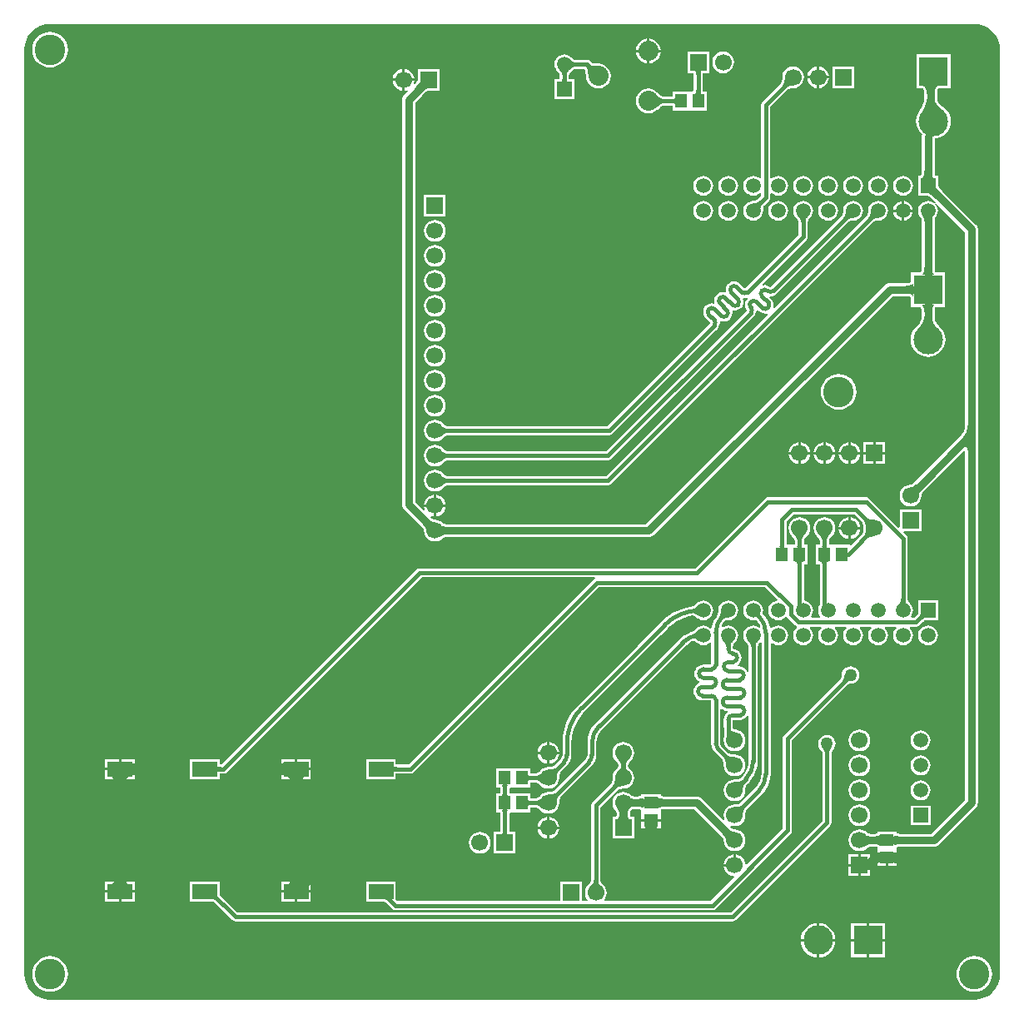
<source format=gtl>
G04*
G04 #@! TF.GenerationSoftware,Altium Limited,Altium Designer,21.0.5 (76)*
G04*
G04 Layer_Physical_Order=1*
G04 Layer_Color=255*
%FSLAX24Y24*%
%MOIN*%
G70*
G04*
G04 #@! TF.SameCoordinates,1F1A31E2-E608-47EA-9DE2-FAD69E6EB028*
G04*
G04*
G04 #@! TF.FilePolarity,Positive*
G04*
G01*
G75*
%ADD17R,0.0579X0.0457*%
%ADD18R,0.0457X0.0579*%
%ADD19R,0.0984X0.0591*%
%ADD35C,0.0157*%
%ADD36C,0.0394*%
%ADD37C,0.0315*%
%ADD38C,0.0669*%
%ADD39R,0.0669X0.0669*%
%ADD40C,0.1181*%
%ADD41R,0.1181X0.1181*%
%ADD42R,0.0669X0.0669*%
%ADD43C,0.0800*%
%ADD44R,0.1181X0.1181*%
%ADD45C,0.0591*%
%ADD46R,0.0591X0.0591*%
%ADD47R,0.0591X0.0591*%
%ADD48C,0.1220*%
%ADD49C,0.0500*%
G36*
X-0Y38036D02*
X37008D01*
X37018Y38038D01*
X37209Y38019D01*
X37402Y37960D01*
X37581Y37865D01*
X37737Y37737D01*
X37865Y37581D01*
X37960Y37402D01*
X38019Y37209D01*
X38034Y37057D01*
X38036Y37008D01*
X38036Y37008D01*
X38036Y36959D01*
Y50D01*
X38036Y49D01*
X38036Y0D01*
X38034Y-49D01*
X38019Y-201D01*
X37960Y-395D01*
X37865Y-573D01*
X37737Y-729D01*
X37581Y-857D01*
X37402Y-953D01*
X37209Y-1011D01*
X37057Y-1026D01*
X37008Y-1028D01*
X37008Y-1028D01*
X36959Y-1028D01*
X50D01*
X49Y-1028D01*
X0Y-1028D01*
X-49Y-1026D01*
X-201Y-1011D01*
X-395Y-953D01*
X-573Y-857D01*
X-729Y-729D01*
X-857Y-573D01*
X-953Y-395D01*
X-1011Y-201D01*
X-1030Y-10D01*
X-1028Y0D01*
Y37008D01*
X-1030Y37018D01*
X-1011Y37209D01*
X-953Y37402D01*
X-857Y37581D01*
X-729Y37737D01*
X-573Y37865D01*
X-395Y37960D01*
X-201Y38019D01*
X-10Y38038D01*
X-0Y38036D01*
D02*
G37*
%LPC*%
G36*
X24000Y37448D02*
Y37000D01*
X24448D01*
X24437Y37081D01*
X24387Y37202D01*
X24307Y37307D01*
X24202Y37387D01*
X24081Y37437D01*
X24000Y37448D01*
D02*
G37*
G36*
X23900Y37448D02*
X23819Y37437D01*
X23698Y37387D01*
X23593Y37307D01*
X23513Y37202D01*
X23463Y37081D01*
X23452Y37000D01*
X23900D01*
Y37448D01*
D02*
G37*
G36*
X24448Y36900D02*
X24000D01*
Y36452D01*
X24081Y36463D01*
X24202Y36513D01*
X24307Y36593D01*
X24387Y36698D01*
X24437Y36819D01*
X24448Y36900D01*
D02*
G37*
G36*
X23900D02*
X23452D01*
X23463Y36819D01*
X23513Y36698D01*
X23593Y36593D01*
X23698Y36513D01*
X23819Y36463D01*
X23900Y36452D01*
Y36900D01*
D02*
G37*
G36*
X-0Y37722D02*
X-139Y37708D01*
X-273Y37667D01*
X-397Y37601D01*
X-505Y37513D01*
X-593Y37404D01*
X-659Y37281D01*
X-700Y37147D01*
X-714Y37008D01*
X-700Y36869D01*
X-659Y36735D01*
X-593Y36611D01*
X-505Y36503D01*
X-397Y36414D01*
X-273Y36349D01*
X-139Y36308D01*
X-0Y36294D01*
X139Y36308D01*
X273Y36349D01*
X396Y36414D01*
X505Y36503D01*
X593Y36611D01*
X659Y36735D01*
X700Y36869D01*
X714Y37008D01*
X700Y37147D01*
X659Y37281D01*
X593Y37404D01*
X505Y37513D01*
X396Y37601D01*
X273Y37667D01*
X139Y37708D01*
X-0Y37722D01*
D02*
G37*
G36*
X26950Y36938D02*
X26837Y36923D01*
X26731Y36880D01*
X26640Y36810D01*
X26570Y36719D01*
X26527Y36613D01*
X26512Y36500D01*
X26527Y36387D01*
X26570Y36281D01*
X26640Y36190D01*
X26731Y36120D01*
X26837Y36077D01*
X26950Y36062D01*
X27063Y36077D01*
X27169Y36120D01*
X27260Y36190D01*
X27330Y36281D01*
X27373Y36387D01*
X27388Y36500D01*
X27373Y36613D01*
X27330Y36719D01*
X27260Y36810D01*
X27169Y36880D01*
X27063Y36923D01*
X26950Y36938D01*
D02*
G37*
G36*
X30800Y36332D02*
Y35950D01*
X31182D01*
X31173Y36013D01*
X31130Y36119D01*
X31060Y36210D01*
X30969Y36280D01*
X30863Y36323D01*
X30800Y36332D01*
D02*
G37*
G36*
X30700Y36332D02*
X30637Y36323D01*
X30531Y36280D01*
X30440Y36210D01*
X30370Y36119D01*
X30327Y36013D01*
X30318Y35950D01*
X30700D01*
Y36332D01*
D02*
G37*
G36*
X14200Y36232D02*
Y35850D01*
X14582D01*
X14573Y35913D01*
X14530Y36019D01*
X14460Y36110D01*
X14369Y36180D01*
X14263Y36223D01*
X14200Y36232D01*
D02*
G37*
G36*
X14100Y36232D02*
X14037Y36223D01*
X13931Y36180D01*
X13840Y36110D01*
X13770Y36019D01*
X13727Y35913D01*
X13718Y35850D01*
X14100D01*
Y36232D01*
D02*
G37*
G36*
X31182Y35850D02*
X30800D01*
Y35468D01*
X30863Y35477D01*
X30969Y35520D01*
X31060Y35590D01*
X31130Y35681D01*
X31173Y35787D01*
X31182Y35850D01*
D02*
G37*
G36*
X30700D02*
X30318D01*
X30327Y35787D01*
X30370Y35681D01*
X30440Y35590D01*
X30531Y35520D01*
X30637Y35477D01*
X30700Y35468D01*
Y35850D01*
D02*
G37*
G36*
X32185Y36335D02*
X31315D01*
Y35465D01*
X32185D01*
Y36335D01*
D02*
G37*
G36*
X29750Y36338D02*
X29637Y36323D01*
X29531Y36280D01*
X29440Y36210D01*
X29370Y36119D01*
X29327Y36013D01*
X29312Y35900D01*
X29313Y35887D01*
X29313Y35858D01*
X29311Y35824D01*
X29307Y35792D01*
X29302Y35764D01*
X29295Y35739D01*
X29288Y35717D01*
X29279Y35698D01*
X29270Y35681D01*
X29262Y35670D01*
X28522Y34930D01*
X28483Y34871D01*
X28469Y34801D01*
X28469Y34801D01*
Y31868D01*
X28419Y31850D01*
X28349Y31903D01*
X28253Y31943D01*
X28150Y31957D01*
X28047Y31943D01*
X27951Y31903D01*
X27868Y31840D01*
X27805Y31757D01*
X27765Y31661D01*
X27751Y31558D01*
X27765Y31455D01*
X27805Y31359D01*
X27868Y31276D01*
X27951Y31213D01*
X28047Y31173D01*
X28150Y31159D01*
X28253Y31173D01*
X28349Y31213D01*
X28419Y31266D01*
X28469Y31248D01*
Y31169D01*
X28311Y31011D01*
X28302Y31005D01*
X28288Y30996D01*
X28271Y30987D01*
X28252Y30980D01*
X28231Y30973D01*
X28208Y30967D01*
X28151Y30957D01*
X28119Y30954D01*
X28111Y30951D01*
X28047Y30943D01*
X27951Y30903D01*
X27868Y30840D01*
X27805Y30757D01*
X27765Y30661D01*
X27751Y30558D01*
X27765Y30455D01*
X27805Y30359D01*
X27868Y30276D01*
X27951Y30213D01*
X28047Y30173D01*
X28150Y30159D01*
X28253Y30173D01*
X28349Y30213D01*
X28432Y30276D01*
X28495Y30359D01*
X28535Y30455D01*
X28549Y30558D01*
X28545Y30586D01*
X28546Y30592D01*
X28544Y30622D01*
X28544Y30648D01*
X28545Y30671D01*
X28548Y30692D01*
X28553Y30710D01*
X28558Y30727D01*
X28565Y30742D01*
X28572Y30755D01*
X28579Y30763D01*
X28780Y30965D01*
X28780Y30965D01*
X28819Y31024D01*
X28833Y31093D01*
Y31244D01*
X28883Y31264D01*
X28951Y31213D01*
X29047Y31173D01*
X29150Y31159D01*
X29253Y31173D01*
X29349Y31213D01*
X29432Y31276D01*
X29495Y31359D01*
X29535Y31455D01*
X29549Y31558D01*
X29535Y31661D01*
X29495Y31757D01*
X29432Y31840D01*
X29349Y31903D01*
X29253Y31943D01*
X29150Y31957D01*
X29047Y31943D01*
X28951Y31903D01*
X28883Y31851D01*
X28833Y31872D01*
Y34726D01*
X29520Y35412D01*
X29531Y35420D01*
X29548Y35429D01*
X29567Y35438D01*
X29589Y35445D01*
X29614Y35452D01*
X29641Y35457D01*
X29710Y35463D01*
X29737Y35463D01*
X29750Y35462D01*
X29863Y35477D01*
X29969Y35520D01*
X30060Y35590D01*
X30130Y35681D01*
X30173Y35787D01*
X30188Y35900D01*
X30173Y36013D01*
X30130Y36119D01*
X30060Y36210D01*
X29969Y36280D01*
X29863Y36323D01*
X29750Y36338D01*
D02*
G37*
G36*
X20591Y36816D02*
X20487Y36802D01*
X20391Y36763D01*
X20309Y36699D01*
X20245Y36617D01*
X20205Y36521D01*
X20192Y36417D01*
X20205Y36314D01*
X20245Y36218D01*
X20309Y36135D01*
X20317Y36129D01*
X20333Y36112D01*
X20351Y36092D01*
X20366Y36072D01*
X20379Y36053D01*
X20389Y36035D01*
X20397Y36017D01*
X20403Y36001D01*
X20407Y35985D01*
X20408Y35975D01*
Y35835D01*
X20407Y35825D01*
X20405Y35813D01*
X20195D01*
Y35022D01*
X20986D01*
Y35813D01*
X20776D01*
X20774Y35825D01*
X20773Y35835D01*
Y35975D01*
X20774Y35985D01*
X20778Y36001D01*
X20784Y36017D01*
X20792Y36035D01*
X20802Y36053D01*
X20815Y36072D01*
X20830Y36092D01*
X20848Y36112D01*
X20864Y36129D01*
X20872Y36135D01*
X20879Y36144D01*
X20895Y36160D01*
X20916Y36178D01*
X20936Y36193D01*
X20955Y36205D01*
X20973Y36216D01*
X20990Y36224D01*
X21007Y36229D01*
X21022Y36233D01*
X21033Y36235D01*
X21400D01*
X21408Y36219D01*
X21418Y36195D01*
X21427Y36165D01*
X21435Y36132D01*
X21441Y36095D01*
X21448Y36004D01*
X21448Y35967D01*
X21446Y35950D01*
X21463Y35819D01*
X21513Y35698D01*
X21593Y35593D01*
X21698Y35513D01*
X21819Y35463D01*
X21950Y35446D01*
X22081Y35463D01*
X22202Y35513D01*
X22307Y35593D01*
X22387Y35698D01*
X22437Y35819D01*
X22454Y35950D01*
X22437Y36081D01*
X22387Y36202D01*
X22307Y36307D01*
X22202Y36387D01*
X22081Y36437D01*
X21950Y36454D01*
X21935Y36452D01*
X21847Y36455D01*
X21806Y36459D01*
X21768Y36465D01*
X21735Y36473D01*
X21705Y36482D01*
X21681Y36492D01*
X21660Y36502D01*
X21645Y36513D01*
X21612Y36546D01*
X21552Y36586D01*
X21483Y36600D01*
X21483Y36600D01*
X21033D01*
X21022Y36601D01*
X21007Y36605D01*
X20990Y36611D01*
X20973Y36619D01*
X20955Y36629D01*
X20936Y36642D01*
X20916Y36657D01*
X20895Y36675D01*
X20879Y36691D01*
X20872Y36699D01*
X20790Y36763D01*
X20694Y36802D01*
X20591Y36816D01*
D02*
G37*
G36*
X14100Y35750D02*
X13718D01*
X13727Y35687D01*
X13770Y35581D01*
X13840Y35490D01*
X13931Y35420D01*
X14037Y35377D01*
X14100Y35368D01*
Y35750D01*
D02*
G37*
G36*
X36061Y36835D02*
X34679D01*
Y35454D01*
X34924D01*
X34924Y35453D01*
X34942Y35452D01*
X34946Y35450D01*
X34949Y35448D01*
X34954Y35443D01*
X34962Y35430D01*
X34971Y35409D01*
X34979Y35379D01*
X34985Y35340D01*
X34989Y35294D01*
X34990Y35249D01*
Y35016D01*
X34989Y34982D01*
X34983Y34942D01*
X34974Y34899D01*
X34962Y34855D01*
X34922Y34754D01*
X34898Y34703D01*
X34833Y34589D01*
X34801Y34539D01*
X34793Y34530D01*
X34729Y34410D01*
X34689Y34280D01*
X34676Y34144D01*
X34689Y34009D01*
X34729Y33879D01*
X34793Y33759D01*
X34879Y33654D01*
X34913Y33626D01*
X34899Y33594D01*
X34890Y33527D01*
Y32157D01*
X34889Y32112D01*
X34886Y32065D01*
X34880Y32025D01*
X34873Y31994D01*
X34865Y31972D01*
X34858Y31959D01*
X34854Y31954D01*
X34844Y31953D01*
X34844Y31953D01*
X34755D01*
Y31856D01*
X34754Y31852D01*
X34755Y31848D01*
Y31840D01*
X34755Y31840D01*
X34755Y31840D01*
Y31163D01*
X34995D01*
X34999Y31162D01*
X35002Y31163D01*
X35137D01*
X35158Y31151D01*
X35201Y31121D01*
X35311Y31028D01*
X35362Y30979D01*
X35457Y30883D01*
X35424Y30846D01*
X35402Y30863D01*
X35349Y30903D01*
X35253Y30943D01*
X35150Y30957D01*
X35047Y30943D01*
X34951Y30903D01*
X34868Y30840D01*
X34805Y30757D01*
X34765Y30661D01*
X34751Y30558D01*
X34765Y30455D01*
X34805Y30359D01*
X34868Y30276D01*
X34872Y30273D01*
X34874Y30268D01*
X34877Y30259D01*
X34881Y30246D01*
X34884Y30229D01*
X34887Y30210D01*
X34890Y30159D01*
X34890Y30147D01*
Y28296D01*
X34889Y28250D01*
X34885Y28203D01*
X34879Y28165D01*
X34871Y28135D01*
X34862Y28113D01*
X34854Y28100D01*
X34849Y28095D01*
X34846Y28093D01*
X34842Y28091D01*
X34834Y28091D01*
X34459D01*
Y27716D01*
X34459Y27708D01*
X34457Y27704D01*
X34455Y27701D01*
X34450Y27696D01*
X34437Y27688D01*
X34415Y27680D01*
X34385Y27671D01*
X34347Y27665D01*
X34300Y27661D01*
X34254Y27660D01*
X33620D01*
X33553Y27651D01*
X33491Y27625D01*
X33437Y27584D01*
X23863Y18010D01*
X15885D01*
X15865Y18010D01*
X15837Y18012D01*
X15812Y18015D01*
X15790Y18019D01*
X15770Y18024D01*
X15754Y18030D01*
X15740Y18036D01*
X15728Y18043D01*
X15719Y18049D01*
X15716Y18052D01*
X15710Y18060D01*
X15619Y18130D01*
X15513Y18173D01*
X15400Y18188D01*
X15390Y18187D01*
X15386Y18187D01*
X15375Y18189D01*
X15362Y18193D01*
X15348Y18198D01*
X15332Y18206D01*
X15315Y18216D01*
X15297Y18228D01*
X15254Y18264D01*
X15241Y18277D01*
X15215Y18302D01*
X15244Y18344D01*
X15287Y18327D01*
X15350Y18318D01*
Y18700D01*
X14968D01*
X14977Y18637D01*
X14994Y18594D01*
X14952Y18565D01*
X14610Y18908D01*
Y34892D01*
X14893Y35175D01*
X15008Y35282D01*
X15058Y35322D01*
X15103Y35354D01*
X15123Y35365D01*
X15258D01*
X15262Y35365D01*
X15266Y35365D01*
X15585D01*
Y36235D01*
X14715D01*
Y35916D01*
X14715Y35912D01*
X14715Y35908D01*
Y35773D01*
X14704Y35753D01*
X14673Y35709D01*
X14602Y35625D01*
X14559Y35651D01*
X14573Y35687D01*
X14582Y35750D01*
X14200D01*
Y35368D01*
X14263Y35377D01*
X14306Y35394D01*
X14335Y35352D01*
X14166Y35184D01*
X14125Y35130D01*
X14099Y35067D01*
X14090Y35000D01*
Y18800D01*
X14099Y18733D01*
X14125Y18670D01*
X14166Y18616D01*
X14873Y17909D01*
X14887Y17895D01*
X14905Y17874D01*
X14921Y17854D01*
X14934Y17835D01*
X14944Y17818D01*
X14952Y17802D01*
X14957Y17788D01*
X14961Y17775D01*
X14963Y17764D01*
X14963Y17760D01*
X14962Y17750D01*
X14977Y17637D01*
X15020Y17531D01*
X15090Y17440D01*
X15181Y17370D01*
X15287Y17327D01*
X15400Y17312D01*
X15513Y17327D01*
X15619Y17370D01*
X15710Y17440D01*
X15716Y17448D01*
X15719Y17451D01*
X15728Y17457D01*
X15740Y17464D01*
X15754Y17470D01*
X15770Y17476D01*
X15790Y17481D01*
X15811Y17485D01*
X15867Y17490D01*
X15885Y17490D01*
X23970D01*
X24038Y17499D01*
X24100Y17525D01*
X24154Y17566D01*
X33728Y27140D01*
X34254D01*
X34300Y27139D01*
X34347Y27135D01*
X34385Y27129D01*
X34415Y27120D01*
X34437Y27112D01*
X34450Y27104D01*
X34455Y27099D01*
X34457Y27096D01*
X34459Y27092D01*
X34459Y27084D01*
Y26709D01*
X34824D01*
X34824Y26709D01*
X34842Y26707D01*
X34846Y26706D01*
X34849Y26704D01*
X34854Y26698D01*
X34862Y26686D01*
X34871Y26665D01*
X34879Y26635D01*
X34885Y26596D01*
X34889Y26550D01*
X34890Y26504D01*
Y26321D01*
X34888Y26284D01*
X34882Y26243D01*
X34872Y26203D01*
X34857Y26161D01*
X34838Y26119D01*
X34813Y26076D01*
X34784Y26031D01*
X34750Y25987D01*
X34710Y25941D01*
X34669Y25899D01*
X34659Y25891D01*
X34573Y25786D01*
X34509Y25666D01*
X34469Y25535D01*
X34456Y25400D01*
X34469Y25265D01*
X34509Y25134D01*
X34573Y25014D01*
X34659Y24909D01*
X34764Y24823D01*
X34884Y24759D01*
X35015Y24719D01*
X35150Y24706D01*
X35285Y24719D01*
X35416Y24759D01*
X35536Y24823D01*
X35641Y24909D01*
X35727Y25014D01*
X35791Y25134D01*
X35831Y25265D01*
X35844Y25400D01*
X35831Y25535D01*
X35791Y25666D01*
X35727Y25786D01*
X35641Y25891D01*
X35631Y25899D01*
X35590Y25941D01*
X35550Y25987D01*
X35516Y26031D01*
X35487Y26076D01*
X35462Y26119D01*
X35443Y26161D01*
X35428Y26203D01*
X35418Y26243D01*
X35412Y26284D01*
X35410Y26321D01*
Y26504D01*
X35411Y26550D01*
X35415Y26596D01*
X35421Y26635D01*
X35429Y26665D01*
X35438Y26686D01*
X35446Y26698D01*
X35451Y26704D01*
X35454Y26706D01*
X35458Y26707D01*
X35476Y26709D01*
X35476Y26709D01*
X35841D01*
Y28091D01*
X35466D01*
X35458Y28091D01*
X35454Y28093D01*
X35451Y28095D01*
X35446Y28100D01*
X35438Y28113D01*
X35429Y28135D01*
X35421Y28165D01*
X35415Y28203D01*
X35411Y28250D01*
X35410Y28296D01*
Y30147D01*
X35410Y30159D01*
X35413Y30210D01*
X35416Y30229D01*
X35419Y30246D01*
X35423Y30259D01*
X35426Y30268D01*
X35428Y30273D01*
X35432Y30276D01*
X35495Y30359D01*
X35535Y30455D01*
X35549Y30558D01*
X35535Y30661D01*
X35495Y30757D01*
X35455Y30810D01*
X35438Y30832D01*
X35476Y30865D01*
X36630Y29711D01*
Y21989D01*
X36628Y21940D01*
X36622Y21887D01*
X36613Y21837D01*
X36599Y21788D01*
X36582Y21742D01*
X36561Y21696D01*
X36537Y21653D01*
X36508Y21610D01*
X36475Y21569D01*
X36441Y21533D01*
X34595Y19687D01*
X34553Y19648D01*
X34534Y19633D01*
X34515Y19619D01*
X34497Y19609D01*
X34481Y19600D01*
X34466Y19594D01*
X34453Y19590D01*
X34442Y19587D01*
X34426Y19586D01*
X34423Y19585D01*
X34337Y19573D01*
X34231Y19530D01*
X34140Y19460D01*
X34070Y19369D01*
X34027Y19263D01*
X34012Y19150D01*
X34027Y19037D01*
X34070Y18931D01*
X34140Y18840D01*
X34231Y18770D01*
X34337Y18727D01*
X34450Y18712D01*
X34563Y18727D01*
X34669Y18770D01*
X34760Y18840D01*
X34830Y18931D01*
X34873Y19037D01*
X34888Y19150D01*
X34886Y19170D01*
X34886Y19171D01*
X34886Y19186D01*
X34887Y19197D01*
X34890Y19209D01*
X34895Y19222D01*
X34902Y19238D01*
X34912Y19254D01*
X34923Y19272D01*
X34958Y19315D01*
X34971Y19328D01*
X36580Y20937D01*
X36607Y20933D01*
X36630Y20916D01*
Y6958D01*
X35282Y5610D01*
X34081D01*
X34047Y5610D01*
X33951Y5616D01*
X33917Y5620D01*
X33889Y5625D01*
Y5679D01*
X33792D01*
X33788Y5680D01*
X33784Y5679D01*
X33216D01*
X33212Y5680D01*
X33208Y5679D01*
X33111D01*
Y5622D01*
X33102Y5620D01*
X32994Y5610D01*
X32967Y5610D01*
X32949D01*
X32946Y5610D01*
X32885D01*
X32865Y5610D01*
X32837Y5612D01*
X32812Y5615D01*
X32790Y5619D01*
X32770Y5624D01*
X32754Y5630D01*
X32740Y5636D01*
X32728Y5643D01*
X32719Y5649D01*
X32716Y5652D01*
X32710Y5660D01*
X32619Y5730D01*
X32513Y5773D01*
X32400Y5788D01*
X32287Y5773D01*
X32181Y5730D01*
X32090Y5660D01*
X32020Y5569D01*
X31977Y5463D01*
X31962Y5350D01*
X31977Y5237D01*
X32020Y5131D01*
X32090Y5040D01*
X32181Y4970D01*
X32287Y4927D01*
X32400Y4912D01*
X32513Y4927D01*
X32619Y4970D01*
X32710Y5040D01*
X32716Y5048D01*
X32719Y5051D01*
X32728Y5057D01*
X32740Y5064D01*
X32754Y5070D01*
X32770Y5076D01*
X32790Y5081D01*
X32811Y5085D01*
X32867Y5090D01*
X32885Y5090D01*
X32949D01*
X32952Y5091D01*
X32957D01*
X33038Y5088D01*
X33071Y5085D01*
X33099Y5081D01*
X33111Y5079D01*
Y5028D01*
X33111Y5022D01*
Y4978D01*
X33111Y4972D01*
Y4700D01*
X33500D01*
X33788D01*
Y4877D01*
X33792Y4871D01*
X33804Y4865D01*
X33824Y4860D01*
X33851Y4856D01*
X33889Y4853D01*
Y4972D01*
X33889Y4978D01*
Y5022D01*
X33889Y5028D01*
Y5076D01*
X33914Y5080D01*
X34048Y5090D01*
X34081Y5091D01*
X35390D01*
X35457Y5100D01*
X35520Y5125D01*
X35573Y5167D01*
X37073Y6667D01*
X37115Y6721D01*
X37141Y6783D01*
X37149Y6850D01*
Y21614D01*
Y29818D01*
X37141Y29885D01*
X37115Y29948D01*
X37073Y30002D01*
X35735Y31340D01*
X35628Y31455D01*
X35588Y31505D01*
X35557Y31550D01*
X35545Y31571D01*
Y31705D01*
X35546Y31709D01*
X35545Y31713D01*
Y31840D01*
X35545Y31840D01*
X35545Y31840D01*
Y31848D01*
X35546Y31852D01*
X35545Y31856D01*
Y31953D01*
X35456D01*
X35456Y31953D01*
X35446Y31954D01*
X35442Y31959D01*
X35435Y31972D01*
X35427Y31994D01*
X35420Y32025D01*
X35414Y32065D01*
X35411Y32112D01*
X35410Y32157D01*
Y33426D01*
X35429Y33451D01*
X35431Y33456D01*
X35505Y33464D01*
X35635Y33503D01*
X35755Y33567D01*
X35861Y33654D01*
X35947Y33759D01*
X36011Y33879D01*
X36051Y34009D01*
X36064Y34144D01*
X36051Y34280D01*
X36011Y34410D01*
X35947Y34530D01*
X35861Y34635D01*
X35755Y34721D01*
X35743Y34728D01*
X35697Y34760D01*
X35655Y34793D01*
X35619Y34828D01*
X35589Y34862D01*
X35564Y34898D01*
X35544Y34933D01*
X35529Y34970D01*
X35518Y35007D01*
X35512Y35047D01*
X35510Y35086D01*
Y35249D01*
X35511Y35294D01*
X35515Y35340D01*
X35521Y35379D01*
X35529Y35409D01*
X35538Y35430D01*
X35546Y35443D01*
X35551Y35448D01*
X35554Y35450D01*
X35558Y35452D01*
X35576Y35453D01*
X35576Y35454D01*
X36061D01*
Y36835D01*
D02*
G37*
G36*
X26385Y36935D02*
X25515D01*
Y36065D01*
X25765D01*
X25767Y36053D01*
X25768Y36043D01*
Y35719D01*
X25768Y35719D01*
X25768Y35717D01*
Y35388D01*
X25727Y35339D01*
X25628D01*
X25622Y35339D01*
X25578D01*
X25572Y35339D01*
X24921D01*
Y35135D01*
X24909Y35133D01*
X24899Y35132D01*
X24564D01*
X24545Y35136D01*
X24523Y35143D01*
X24499Y35153D01*
X24472Y35167D01*
X24443Y35186D01*
X24413Y35207D01*
X24344Y35267D01*
X24317Y35293D01*
X24307Y35307D01*
X24202Y35387D01*
X24081Y35437D01*
X23950Y35454D01*
X23819Y35437D01*
X23698Y35387D01*
X23593Y35307D01*
X23513Y35202D01*
X23463Y35081D01*
X23446Y34950D01*
X23463Y34819D01*
X23513Y34698D01*
X23593Y34593D01*
X23698Y34513D01*
X23819Y34463D01*
X23950Y34446D01*
X24081Y34463D01*
X24202Y34513D01*
X24307Y34593D01*
X24316Y34606D01*
X24380Y34666D01*
X24412Y34692D01*
X24443Y34714D01*
X24472Y34733D01*
X24499Y34747D01*
X24523Y34757D01*
X24545Y34764D01*
X24564Y34768D01*
X24899D01*
X24909Y34767D01*
X24921Y34765D01*
Y34561D01*
X25572D01*
X25578Y34561D01*
X25622D01*
X25628Y34561D01*
X26279D01*
Y35339D01*
X26136D01*
X26134Y35352D01*
X26133Y35362D01*
Y35719D01*
X26133Y35719D01*
X26132Y35721D01*
Y36043D01*
X26133Y36053D01*
X26135Y36065D01*
X26385D01*
Y36935D01*
D02*
G37*
G36*
X34150Y31957D02*
X34047Y31943D01*
X33951Y31903D01*
X33868Y31840D01*
X33805Y31757D01*
X33765Y31661D01*
X33751Y31558D01*
X33765Y31455D01*
X33805Y31359D01*
X33868Y31276D01*
X33951Y31213D01*
X34047Y31173D01*
X34150Y31159D01*
X34253Y31173D01*
X34349Y31213D01*
X34432Y31276D01*
X34495Y31359D01*
X34535Y31455D01*
X34549Y31558D01*
X34535Y31661D01*
X34495Y31757D01*
X34432Y31840D01*
X34349Y31903D01*
X34253Y31943D01*
X34150Y31957D01*
D02*
G37*
G36*
X33150D02*
X33047Y31943D01*
X32951Y31903D01*
X32868Y31840D01*
X32805Y31757D01*
X32765Y31661D01*
X32751Y31558D01*
X32765Y31455D01*
X32805Y31359D01*
X32868Y31276D01*
X32951Y31213D01*
X33047Y31173D01*
X33150Y31159D01*
X33253Y31173D01*
X33349Y31213D01*
X33432Y31276D01*
X33495Y31359D01*
X33535Y31455D01*
X33549Y31558D01*
X33535Y31661D01*
X33495Y31757D01*
X33432Y31840D01*
X33349Y31903D01*
X33253Y31943D01*
X33150Y31957D01*
D02*
G37*
G36*
X32150D02*
X32047Y31943D01*
X31951Y31903D01*
X31868Y31840D01*
X31805Y31757D01*
X31765Y31661D01*
X31751Y31558D01*
X31765Y31455D01*
X31805Y31359D01*
X31868Y31276D01*
X31951Y31213D01*
X32047Y31173D01*
X32150Y31159D01*
X32253Y31173D01*
X32349Y31213D01*
X32432Y31276D01*
X32495Y31359D01*
X32535Y31455D01*
X32549Y31558D01*
X32535Y31661D01*
X32495Y31757D01*
X32432Y31840D01*
X32349Y31903D01*
X32253Y31943D01*
X32150Y31957D01*
D02*
G37*
G36*
X31150D02*
X31047Y31943D01*
X30951Y31903D01*
X30868Y31840D01*
X30805Y31757D01*
X30765Y31661D01*
X30751Y31558D01*
X30765Y31455D01*
X30805Y31359D01*
X30868Y31276D01*
X30951Y31213D01*
X31047Y31173D01*
X31150Y31159D01*
X31253Y31173D01*
X31349Y31213D01*
X31432Y31276D01*
X31495Y31359D01*
X31535Y31455D01*
X31549Y31558D01*
X31535Y31661D01*
X31495Y31757D01*
X31432Y31840D01*
X31349Y31903D01*
X31253Y31943D01*
X31150Y31957D01*
D02*
G37*
G36*
X30150D02*
X30047Y31943D01*
X29951Y31903D01*
X29868Y31840D01*
X29805Y31757D01*
X29765Y31661D01*
X29751Y31558D01*
X29765Y31455D01*
X29805Y31359D01*
X29868Y31276D01*
X29951Y31213D01*
X30047Y31173D01*
X30150Y31159D01*
X30253Y31173D01*
X30349Y31213D01*
X30432Y31276D01*
X30495Y31359D01*
X30535Y31455D01*
X30549Y31558D01*
X30535Y31661D01*
X30495Y31757D01*
X30432Y31840D01*
X30349Y31903D01*
X30253Y31943D01*
X30150Y31957D01*
D02*
G37*
G36*
X27150D02*
X27047Y31943D01*
X26951Y31903D01*
X26868Y31840D01*
X26805Y31757D01*
X26765Y31661D01*
X26751Y31558D01*
X26765Y31455D01*
X26805Y31359D01*
X26868Y31276D01*
X26951Y31213D01*
X27047Y31173D01*
X27150Y31159D01*
X27253Y31173D01*
X27349Y31213D01*
X27432Y31276D01*
X27495Y31359D01*
X27535Y31455D01*
X27549Y31558D01*
X27535Y31661D01*
X27495Y31757D01*
X27432Y31840D01*
X27349Y31903D01*
X27253Y31943D01*
X27150Y31957D01*
D02*
G37*
G36*
X26150D02*
X26047Y31943D01*
X25951Y31903D01*
X25868Y31840D01*
X25805Y31757D01*
X25765Y31661D01*
X25751Y31558D01*
X25765Y31455D01*
X25805Y31359D01*
X25868Y31276D01*
X25951Y31213D01*
X26047Y31173D01*
X26150Y31159D01*
X26253Y31173D01*
X26349Y31213D01*
X26432Y31276D01*
X26495Y31359D01*
X26535Y31455D01*
X26549Y31558D01*
X26535Y31661D01*
X26495Y31757D01*
X26432Y31840D01*
X26349Y31903D01*
X26253Y31943D01*
X26150Y31957D01*
D02*
G37*
G36*
X34200Y30950D02*
Y30608D01*
X34542D01*
X34535Y30661D01*
X34495Y30757D01*
X34432Y30840D01*
X34349Y30903D01*
X34253Y30943D01*
X34200Y30950D01*
D02*
G37*
G36*
X34100Y30950D02*
X34047Y30943D01*
X33951Y30903D01*
X33868Y30840D01*
X33805Y30757D01*
X33765Y30661D01*
X33758Y30608D01*
X34100D01*
Y30950D01*
D02*
G37*
G36*
X15835Y31185D02*
X14965D01*
Y30315D01*
X15835D01*
Y31185D01*
D02*
G37*
G36*
X34542Y30508D02*
X34200D01*
Y30166D01*
X34253Y30173D01*
X34349Y30213D01*
X34432Y30276D01*
X34495Y30359D01*
X34535Y30455D01*
X34542Y30508D01*
D02*
G37*
G36*
X34100D02*
X33758D01*
X33765Y30455D01*
X33805Y30359D01*
X33868Y30276D01*
X33951Y30213D01*
X34047Y30173D01*
X34100Y30166D01*
Y30508D01*
D02*
G37*
G36*
X33150Y30957D02*
X33047Y30943D01*
X32951Y30903D01*
X32868Y30840D01*
X32805Y30757D01*
X32765Y30661D01*
X32751Y30558D01*
X32753Y30548D01*
X32752Y30524D01*
X32750Y30497D01*
X32747Y30472D01*
X32743Y30450D01*
X32737Y30430D01*
X32730Y30412D01*
X32723Y30396D01*
X32715Y30382D01*
X32708Y30374D01*
X29007Y26672D01*
X28975Y26685D01*
X28961Y26698D01*
X28972Y26779D01*
X28961Y26866D01*
X28927Y26948D01*
X28878Y27011D01*
X28873Y27019D01*
X28873Y27019D01*
X28873Y27019D01*
X28809Y27083D01*
X28831Y27128D01*
X28836Y27127D01*
X28924Y27139D01*
X29006Y27173D01*
X29069Y27221D01*
X29076Y27226D01*
X29558Y27708D01*
X29558Y27708D01*
X31966Y30116D01*
X31975Y30122D01*
X31988Y30131D01*
X32004Y30138D01*
X32022Y30145D01*
X32042Y30150D01*
X32065Y30155D01*
X32089Y30158D01*
X32117Y30160D01*
X32140Y30161D01*
X32150Y30159D01*
X32253Y30173D01*
X32349Y30213D01*
X32432Y30276D01*
X32495Y30359D01*
X32535Y30455D01*
X32549Y30558D01*
X32535Y30661D01*
X32495Y30757D01*
X32432Y30840D01*
X32349Y30903D01*
X32253Y30943D01*
X32150Y30957D01*
X32047Y30943D01*
X31951Y30903D01*
X31868Y30840D01*
X31805Y30757D01*
X31765Y30661D01*
X31751Y30558D01*
X31753Y30548D01*
X31752Y30524D01*
X31750Y30497D01*
X31747Y30472D01*
X31743Y30450D01*
X31737Y30430D01*
X31730Y30412D01*
X31723Y30396D01*
X31715Y30382D01*
X31708Y30374D01*
X29300Y27966D01*
X29300Y27966D01*
X28835Y27501D01*
X28834Y27501D01*
X28834Y27501D01*
X28825Y27505D01*
X28783Y27538D01*
X28701Y27571D01*
X28613Y27583D01*
X28530Y27572D01*
X28526Y27576D01*
X28518Y27630D01*
X28827Y27939D01*
X28827Y27939D01*
X30279Y29391D01*
X30279Y29391D01*
X30318Y29450D01*
X30332Y29520D01*
Y30115D01*
X30334Y30126D01*
X30338Y30142D01*
X30344Y30158D01*
X30352Y30175D01*
X30362Y30193D01*
X30375Y30213D01*
X30390Y30232D01*
X30408Y30253D01*
X30424Y30270D01*
X30432Y30276D01*
X30495Y30359D01*
X30535Y30455D01*
X30549Y30558D01*
X30535Y30661D01*
X30495Y30757D01*
X30432Y30840D01*
X30349Y30903D01*
X30253Y30943D01*
X30150Y30957D01*
X30047Y30943D01*
X29951Y30903D01*
X29868Y30840D01*
X29805Y30757D01*
X29765Y30661D01*
X29751Y30558D01*
X29765Y30455D01*
X29805Y30359D01*
X29868Y30276D01*
X29876Y30270D01*
X29892Y30253D01*
X29910Y30232D01*
X29925Y30213D01*
X29938Y30193D01*
X29948Y30175D01*
X29956Y30158D01*
X29962Y30142D01*
X29966Y30126D01*
X29968Y30115D01*
Y29596D01*
X28569Y28197D01*
X28569Y28197D01*
X27816Y27444D01*
X27624Y27636D01*
X27624Y27636D01*
X27624Y27636D01*
X27616Y27641D01*
X27553Y27690D01*
X27471Y27724D01*
X27383Y27735D01*
X27296Y27724D01*
X27214Y27690D01*
X27151Y27641D01*
X27143Y27636D01*
X27138Y27629D01*
X27090Y27566D01*
X27056Y27484D01*
X27044Y27396D01*
X27053Y27325D01*
X27026Y27296D01*
X27023Y27293D01*
X27010Y27287D01*
X26930Y27298D01*
X26842Y27286D01*
X26760Y27252D01*
X26697Y27204D01*
X26690Y27199D01*
X26685Y27191D01*
X26636Y27128D01*
X26602Y27046D01*
X26591Y26959D01*
X26601Y26883D01*
X26587Y26863D01*
X26580Y26856D01*
X26560Y26842D01*
X26485Y26852D01*
X26397Y26841D01*
X26315Y26807D01*
X26252Y26758D01*
X26244Y26753D01*
X26239Y26746D01*
X26191Y26683D01*
X26157Y26601D01*
X26145Y26513D01*
X26157Y26425D01*
X26191Y26344D01*
X26239Y26281D01*
X26244Y26273D01*
X26244Y26273D01*
X26420Y26098D01*
Y26048D01*
X26407Y26034D01*
X22304Y21932D01*
X15908D01*
X15894Y21935D01*
X15876Y21940D01*
X15856Y21947D01*
X15835Y21957D01*
X15813Y21971D01*
X15791Y21986D01*
X15738Y22030D01*
X15718Y22050D01*
X15710Y22060D01*
X15619Y22130D01*
X15513Y22173D01*
X15400Y22188D01*
X15287Y22173D01*
X15181Y22130D01*
X15090Y22060D01*
X15020Y21969D01*
X14977Y21863D01*
X14962Y21750D01*
X14977Y21637D01*
X15020Y21531D01*
X15090Y21440D01*
X15181Y21370D01*
X15287Y21327D01*
X15400Y21312D01*
X15513Y21327D01*
X15619Y21370D01*
X15710Y21440D01*
X15718Y21450D01*
X15739Y21471D01*
X15765Y21493D01*
X15789Y21513D01*
X15813Y21529D01*
X15835Y21543D01*
X15856Y21553D01*
X15876Y21560D01*
X15894Y21565D01*
X15908Y21568D01*
X22380D01*
X22380Y21568D01*
X22450Y21582D01*
X22509Y21621D01*
X26664Y25777D01*
X26720Y25832D01*
X26720Y25832D01*
X26720Y25832D01*
X26725Y25840D01*
X26773Y25903D01*
X26807Y25985D01*
X26819Y26073D01*
X26813Y26114D01*
X26859Y26149D01*
X26893Y26135D01*
X26981Y26123D01*
X27069Y26135D01*
X27150Y26169D01*
X27213Y26217D01*
X27221Y26222D01*
X27226Y26230D01*
X27275Y26293D01*
X27308Y26375D01*
X27320Y26462D01*
X27310Y26538D01*
X27324Y26558D01*
X27330Y26565D01*
X27351Y26579D01*
X27426Y26569D01*
X27514Y26580D01*
X27596Y26614D01*
X27659Y26662D01*
X27666Y26667D01*
X27672Y26675D01*
X27720Y26738D01*
X27754Y26820D01*
X27765Y26908D01*
X27754Y26995D01*
X27740Y27029D01*
X27775Y27075D01*
X27816Y27070D01*
X27894Y27080D01*
X27910Y27059D01*
X27913Y27055D01*
X27920Y27035D01*
X27919Y27034D01*
X27871Y26971D01*
X27837Y26890D01*
X27825Y26802D01*
X27837Y26714D01*
X27871Y26632D01*
X27912Y26578D01*
X27872Y26538D01*
X27872Y26538D01*
X22267Y20932D01*
X15908D01*
X15894Y20935D01*
X15876Y20940D01*
X15856Y20947D01*
X15835Y20957D01*
X15813Y20971D01*
X15791Y20986D01*
X15738Y21030D01*
X15718Y21050D01*
X15710Y21060D01*
X15619Y21130D01*
X15513Y21173D01*
X15400Y21188D01*
X15287Y21173D01*
X15181Y21130D01*
X15090Y21060D01*
X15020Y20969D01*
X14977Y20863D01*
X14962Y20750D01*
X14977Y20637D01*
X15020Y20531D01*
X15090Y20440D01*
X15181Y20370D01*
X15287Y20327D01*
X15400Y20312D01*
X15513Y20327D01*
X15619Y20370D01*
X15710Y20440D01*
X15718Y20450D01*
X15739Y20471D01*
X15765Y20493D01*
X15789Y20513D01*
X15813Y20529D01*
X15835Y20543D01*
X15856Y20553D01*
X15876Y20560D01*
X15894Y20565D01*
X15908Y20568D01*
X22342D01*
X22342Y20568D01*
X22412Y20582D01*
X22471Y20621D01*
X28130Y26280D01*
X28130Y26280D01*
X28185Y26335D01*
X28185Y26335D01*
X28185Y26335D01*
X28190Y26343D01*
X28239Y26406D01*
X28273Y26488D01*
X28284Y26576D01*
X28284Y26581D01*
X28328Y26603D01*
X28393Y26538D01*
X28400Y26533D01*
X28463Y26485D01*
X28545Y26451D01*
X28633Y26440D01*
X28714Y26450D01*
X28727Y26436D01*
X28739Y26405D01*
X22267Y19932D01*
X15908D01*
X15894Y19935D01*
X15876Y19940D01*
X15856Y19947D01*
X15835Y19957D01*
X15813Y19971D01*
X15791Y19986D01*
X15738Y20030D01*
X15718Y20050D01*
X15710Y20060D01*
X15619Y20130D01*
X15513Y20173D01*
X15400Y20188D01*
X15287Y20173D01*
X15181Y20130D01*
X15090Y20060D01*
X15020Y19969D01*
X14977Y19863D01*
X14962Y19750D01*
X14977Y19637D01*
X15020Y19531D01*
X15090Y19440D01*
X15181Y19370D01*
X15287Y19327D01*
X15400Y19312D01*
X15513Y19327D01*
X15619Y19370D01*
X15710Y19440D01*
X15718Y19450D01*
X15739Y19471D01*
X15765Y19493D01*
X15789Y19513D01*
X15813Y19529D01*
X15835Y19543D01*
X15856Y19553D01*
X15876Y19560D01*
X15894Y19565D01*
X15908Y19568D01*
X22342D01*
X22342Y19568D01*
X22412Y19582D01*
X22471Y19621D01*
X32966Y30116D01*
X32975Y30122D01*
X32989Y30131D01*
X33004Y30138D01*
X33022Y30145D01*
X33042Y30150D01*
X33065Y30155D01*
X33089Y30158D01*
X33117Y30160D01*
X33140Y30161D01*
X33150Y30159D01*
X33253Y30173D01*
X33349Y30213D01*
X33432Y30276D01*
X33495Y30359D01*
X33535Y30455D01*
X33549Y30558D01*
X33535Y30661D01*
X33495Y30757D01*
X33432Y30840D01*
X33349Y30903D01*
X33253Y30943D01*
X33150Y30957D01*
D02*
G37*
G36*
X31150D02*
X31047Y30943D01*
X30951Y30903D01*
X30868Y30840D01*
X30805Y30757D01*
X30765Y30661D01*
X30751Y30558D01*
X30765Y30455D01*
X30805Y30359D01*
X30868Y30276D01*
X30951Y30213D01*
X31047Y30173D01*
X31150Y30159D01*
X31253Y30173D01*
X31349Y30213D01*
X31432Y30276D01*
X31495Y30359D01*
X31535Y30455D01*
X31549Y30558D01*
X31535Y30661D01*
X31495Y30757D01*
X31432Y30840D01*
X31349Y30903D01*
X31253Y30943D01*
X31150Y30957D01*
D02*
G37*
G36*
X29150D02*
X29047Y30943D01*
X28951Y30903D01*
X28868Y30840D01*
X28805Y30757D01*
X28765Y30661D01*
X28751Y30558D01*
X28765Y30455D01*
X28805Y30359D01*
X28868Y30276D01*
X28951Y30213D01*
X29047Y30173D01*
X29150Y30159D01*
X29253Y30173D01*
X29349Y30213D01*
X29432Y30276D01*
X29495Y30359D01*
X29535Y30455D01*
X29549Y30558D01*
X29535Y30661D01*
X29495Y30757D01*
X29432Y30840D01*
X29349Y30903D01*
X29253Y30943D01*
X29150Y30957D01*
D02*
G37*
G36*
X27150D02*
X27047Y30943D01*
X26951Y30903D01*
X26868Y30840D01*
X26805Y30757D01*
X26765Y30661D01*
X26751Y30558D01*
X26765Y30455D01*
X26805Y30359D01*
X26868Y30276D01*
X26951Y30213D01*
X27047Y30173D01*
X27150Y30159D01*
X27253Y30173D01*
X27349Y30213D01*
X27432Y30276D01*
X27495Y30359D01*
X27535Y30455D01*
X27549Y30558D01*
X27535Y30661D01*
X27495Y30757D01*
X27432Y30840D01*
X27349Y30903D01*
X27253Y30943D01*
X27150Y30957D01*
D02*
G37*
G36*
X26150D02*
X26047Y30943D01*
X25951Y30903D01*
X25868Y30840D01*
X25805Y30757D01*
X25765Y30661D01*
X25751Y30558D01*
X25765Y30455D01*
X25805Y30359D01*
X25868Y30276D01*
X25951Y30213D01*
X26047Y30173D01*
X26150Y30159D01*
X26253Y30173D01*
X26349Y30213D01*
X26432Y30276D01*
X26495Y30359D01*
X26535Y30455D01*
X26549Y30558D01*
X26535Y30661D01*
X26495Y30757D01*
X26432Y30840D01*
X26349Y30903D01*
X26253Y30943D01*
X26150Y30957D01*
D02*
G37*
G36*
X15400Y30188D02*
X15287Y30173D01*
X15181Y30130D01*
X15090Y30060D01*
X15020Y29969D01*
X14977Y29863D01*
X14962Y29750D01*
X14977Y29637D01*
X15020Y29531D01*
X15090Y29440D01*
X15181Y29370D01*
X15287Y29327D01*
X15400Y29312D01*
X15513Y29327D01*
X15619Y29370D01*
X15710Y29440D01*
X15780Y29531D01*
X15823Y29637D01*
X15838Y29750D01*
X15823Y29863D01*
X15780Y29969D01*
X15710Y30060D01*
X15619Y30130D01*
X15513Y30173D01*
X15400Y30188D01*
D02*
G37*
G36*
Y29188D02*
X15287Y29173D01*
X15181Y29130D01*
X15090Y29060D01*
X15020Y28969D01*
X14977Y28863D01*
X14962Y28750D01*
X14977Y28637D01*
X15020Y28531D01*
X15090Y28440D01*
X15181Y28370D01*
X15287Y28327D01*
X15400Y28312D01*
X15513Y28327D01*
X15619Y28370D01*
X15710Y28440D01*
X15780Y28531D01*
X15823Y28637D01*
X15838Y28750D01*
X15823Y28863D01*
X15780Y28969D01*
X15710Y29060D01*
X15619Y29130D01*
X15513Y29173D01*
X15400Y29188D01*
D02*
G37*
G36*
Y28188D02*
X15287Y28173D01*
X15181Y28130D01*
X15090Y28060D01*
X15020Y27969D01*
X14977Y27863D01*
X14962Y27750D01*
X14977Y27637D01*
X15020Y27531D01*
X15090Y27440D01*
X15181Y27370D01*
X15287Y27327D01*
X15400Y27312D01*
X15513Y27327D01*
X15619Y27370D01*
X15710Y27440D01*
X15780Y27531D01*
X15823Y27637D01*
X15838Y27750D01*
X15823Y27863D01*
X15780Y27969D01*
X15710Y28060D01*
X15619Y28130D01*
X15513Y28173D01*
X15400Y28188D01*
D02*
G37*
G36*
Y27188D02*
X15287Y27173D01*
X15181Y27130D01*
X15090Y27060D01*
X15020Y26969D01*
X14977Y26863D01*
X14962Y26750D01*
X14977Y26637D01*
X15020Y26531D01*
X15090Y26440D01*
X15181Y26370D01*
X15287Y26327D01*
X15400Y26312D01*
X15513Y26327D01*
X15619Y26370D01*
X15710Y26440D01*
X15780Y26531D01*
X15823Y26637D01*
X15838Y26750D01*
X15823Y26863D01*
X15780Y26969D01*
X15710Y27060D01*
X15619Y27130D01*
X15513Y27173D01*
X15400Y27188D01*
D02*
G37*
G36*
Y26188D02*
X15287Y26173D01*
X15181Y26130D01*
X15090Y26060D01*
X15020Y25969D01*
X14977Y25863D01*
X14962Y25750D01*
X14977Y25637D01*
X15020Y25531D01*
X15090Y25440D01*
X15181Y25370D01*
X15287Y25327D01*
X15400Y25312D01*
X15513Y25327D01*
X15619Y25370D01*
X15710Y25440D01*
X15780Y25531D01*
X15823Y25637D01*
X15838Y25750D01*
X15823Y25863D01*
X15780Y25969D01*
X15710Y26060D01*
X15619Y26130D01*
X15513Y26173D01*
X15400Y26188D01*
D02*
G37*
G36*
Y25188D02*
X15287Y25173D01*
X15181Y25130D01*
X15090Y25060D01*
X15020Y24969D01*
X14977Y24863D01*
X14962Y24750D01*
X14977Y24637D01*
X15020Y24531D01*
X15090Y24440D01*
X15181Y24370D01*
X15287Y24327D01*
X15400Y24312D01*
X15513Y24327D01*
X15619Y24370D01*
X15710Y24440D01*
X15780Y24531D01*
X15823Y24637D01*
X15838Y24750D01*
X15823Y24863D01*
X15780Y24969D01*
X15710Y25060D01*
X15619Y25130D01*
X15513Y25173D01*
X15400Y25188D01*
D02*
G37*
G36*
Y24188D02*
X15287Y24173D01*
X15181Y24130D01*
X15090Y24060D01*
X15020Y23969D01*
X14977Y23863D01*
X14962Y23750D01*
X14977Y23637D01*
X15020Y23531D01*
X15090Y23440D01*
X15181Y23370D01*
X15287Y23327D01*
X15400Y23312D01*
X15513Y23327D01*
X15619Y23370D01*
X15710Y23440D01*
X15780Y23531D01*
X15823Y23637D01*
X15838Y23750D01*
X15823Y23863D01*
X15780Y23969D01*
X15710Y24060D01*
X15619Y24130D01*
X15513Y24173D01*
X15400Y24188D01*
D02*
G37*
G36*
X31575Y24021D02*
X31436Y24007D01*
X31302Y23966D01*
X31178Y23900D01*
X31070Y23812D01*
X30981Y23704D01*
X30915Y23580D01*
X30875Y23446D01*
X30861Y23307D01*
X30875Y23168D01*
X30915Y23034D01*
X30981Y22911D01*
X31070Y22802D01*
X31178Y22714D01*
X31302Y22648D01*
X31436Y22607D01*
X31575Y22593D01*
X31714Y22607D01*
X31848Y22648D01*
X31971Y22714D01*
X32079Y22802D01*
X32168Y22911D01*
X32234Y23034D01*
X32275Y23168D01*
X32288Y23307D01*
X32275Y23446D01*
X32234Y23580D01*
X32168Y23704D01*
X32079Y23812D01*
X31971Y23900D01*
X31848Y23966D01*
X31714Y24007D01*
X31575Y24021D01*
D02*
G37*
G36*
X15400Y23188D02*
X15287Y23173D01*
X15181Y23130D01*
X15090Y23060D01*
X15020Y22969D01*
X14977Y22863D01*
X14962Y22750D01*
X14977Y22637D01*
X15020Y22531D01*
X15090Y22440D01*
X15181Y22370D01*
X15287Y22327D01*
X15400Y22312D01*
X15513Y22327D01*
X15619Y22370D01*
X15710Y22440D01*
X15780Y22531D01*
X15823Y22637D01*
X15838Y22750D01*
X15823Y22863D01*
X15780Y22969D01*
X15710Y23060D01*
X15619Y23130D01*
X15513Y23173D01*
X15400Y23188D01*
D02*
G37*
G36*
X33435Y21285D02*
X33050D01*
Y20900D01*
X33435D01*
Y21285D01*
D02*
G37*
G36*
X32050Y21282D02*
Y20900D01*
X32432D01*
X32423Y20963D01*
X32380Y21069D01*
X32310Y21160D01*
X32219Y21230D01*
X32113Y21273D01*
X32050Y21282D01*
D02*
G37*
G36*
X31050D02*
Y20900D01*
X31432D01*
X31423Y20963D01*
X31380Y21069D01*
X31310Y21160D01*
X31219Y21230D01*
X31113Y21273D01*
X31050Y21282D01*
D02*
G37*
G36*
X30050D02*
Y20900D01*
X30432D01*
X30423Y20963D01*
X30380Y21069D01*
X30310Y21160D01*
X30219Y21230D01*
X30113Y21273D01*
X30050Y21282D01*
D02*
G37*
G36*
X31950Y21282D02*
X31887Y21273D01*
X31781Y21230D01*
X31690Y21160D01*
X31620Y21069D01*
X31577Y20963D01*
X31568Y20900D01*
X31950D01*
Y21282D01*
D02*
G37*
G36*
X30950D02*
X30887Y21273D01*
X30781Y21230D01*
X30690Y21160D01*
X30620Y21069D01*
X30577Y20963D01*
X30568Y20900D01*
X30950D01*
Y21282D01*
D02*
G37*
G36*
X29950D02*
X29887Y21273D01*
X29781Y21230D01*
X29690Y21160D01*
X29620Y21069D01*
X29577Y20963D01*
X29568Y20900D01*
X29950D01*
Y21282D01*
D02*
G37*
G36*
X32950Y21285D02*
X32565D01*
Y20900D01*
X32950D01*
Y21285D01*
D02*
G37*
G36*
X31432Y20800D02*
X31050D01*
Y20418D01*
X31113Y20427D01*
X31219Y20470D01*
X31310Y20540D01*
X31380Y20631D01*
X31423Y20737D01*
X31432Y20800D01*
D02*
G37*
G36*
X30432D02*
X30050D01*
Y20418D01*
X30113Y20427D01*
X30219Y20470D01*
X30310Y20540D01*
X30380Y20631D01*
X30423Y20737D01*
X30432Y20800D01*
D02*
G37*
G36*
X32432D02*
X32050D01*
Y20418D01*
X32113Y20427D01*
X32219Y20470D01*
X32310Y20540D01*
X32380Y20631D01*
X32423Y20737D01*
X32432Y20800D01*
D02*
G37*
G36*
X31950D02*
X31568D01*
X31577Y20737D01*
X31620Y20631D01*
X31690Y20540D01*
X31781Y20470D01*
X31887Y20427D01*
X31950Y20418D01*
Y20800D01*
D02*
G37*
G36*
X30950D02*
X30568D01*
X30577Y20737D01*
X30620Y20631D01*
X30690Y20540D01*
X30781Y20470D01*
X30887Y20427D01*
X30950Y20418D01*
Y20800D01*
D02*
G37*
G36*
X29950D02*
X29568D01*
X29577Y20737D01*
X29620Y20631D01*
X29690Y20540D01*
X29781Y20470D01*
X29887Y20427D01*
X29950Y20418D01*
Y20800D01*
D02*
G37*
G36*
X33435D02*
X33050D01*
Y20415D01*
X33435D01*
Y20800D01*
D02*
G37*
G36*
X32950D02*
X32565D01*
Y20415D01*
X32950D01*
Y20800D01*
D02*
G37*
G36*
X32678Y19080D02*
X32678Y19080D01*
X28740D01*
X28740Y19080D01*
X28670Y19066D01*
X28611Y19026D01*
X28611Y19026D01*
X25830Y16245D01*
X14803D01*
X14803Y16245D01*
X14733Y16231D01*
X14674Y16192D01*
X6865Y8382D01*
X6814D01*
X6804Y8383D01*
X6792Y8385D01*
Y8595D01*
X5608D01*
Y7805D01*
X6792D01*
Y8015D01*
X6804Y8017D01*
X6814Y8018D01*
X6940D01*
X6940Y8018D01*
X7010Y8032D01*
X7069Y8071D01*
X14879Y15881D01*
X21800D01*
X21810Y15831D01*
X21761Y15798D01*
X21761Y15798D01*
X14345Y8382D01*
X13864D01*
X13854Y8383D01*
X13842Y8385D01*
Y8595D01*
X12658D01*
Y7805D01*
X13842D01*
Y8015D01*
X13854Y8017D01*
X13864Y8018D01*
X14420D01*
X14420Y8018D01*
X14490Y8032D01*
X14549Y8071D01*
X21965Y15487D01*
X28633D01*
X29118Y15003D01*
X29100Y14950D01*
X29047Y14943D01*
X28951Y14903D01*
X28868Y14840D01*
X28805Y14757D01*
X28765Y14661D01*
X28751Y14558D01*
X28765Y14455D01*
X28805Y14359D01*
X28868Y14276D01*
X28951Y14213D01*
X29047Y14173D01*
X29150Y14159D01*
X29253Y14173D01*
X29349Y14213D01*
X29432Y14276D01*
X29441Y14288D01*
X29503Y14286D01*
X29521Y14259D01*
X29825Y13955D01*
X29825Y13955D01*
X29884Y13915D01*
X29890Y13914D01*
X29902Y13866D01*
X29868Y13840D01*
X29805Y13757D01*
X29765Y13661D01*
X29751Y13558D01*
X29765Y13455D01*
X29805Y13359D01*
X29868Y13276D01*
X29951Y13213D01*
X30047Y13173D01*
X30150Y13159D01*
X30253Y13173D01*
X30349Y13213D01*
X30432Y13276D01*
X30495Y13359D01*
X30535Y13455D01*
X30549Y13558D01*
X30535Y13661D01*
X30495Y13757D01*
X30432Y13840D01*
X30413Y13854D01*
X30429Y13902D01*
X30871D01*
X30887Y13854D01*
X30868Y13840D01*
X30805Y13757D01*
X30765Y13661D01*
X30751Y13558D01*
X30765Y13455D01*
X30805Y13359D01*
X30868Y13276D01*
X30951Y13213D01*
X31047Y13173D01*
X31150Y13159D01*
X31253Y13173D01*
X31349Y13213D01*
X31432Y13276D01*
X31495Y13359D01*
X31535Y13455D01*
X31549Y13558D01*
X31535Y13661D01*
X31495Y13757D01*
X31432Y13840D01*
X31413Y13854D01*
X31429Y13902D01*
X31871D01*
X31887Y13854D01*
X31868Y13840D01*
X31805Y13757D01*
X31765Y13661D01*
X31751Y13558D01*
X31765Y13455D01*
X31805Y13359D01*
X31868Y13276D01*
X31951Y13213D01*
X32047Y13173D01*
X32150Y13159D01*
X32253Y13173D01*
X32349Y13213D01*
X32432Y13276D01*
X32495Y13359D01*
X32535Y13455D01*
X32549Y13558D01*
X32535Y13661D01*
X32495Y13757D01*
X32432Y13840D01*
X32413Y13854D01*
X32429Y13902D01*
X32871D01*
X32887Y13854D01*
X32868Y13840D01*
X32805Y13757D01*
X32765Y13661D01*
X32751Y13558D01*
X32765Y13455D01*
X32805Y13359D01*
X32868Y13276D01*
X32951Y13213D01*
X33047Y13173D01*
X33150Y13159D01*
X33253Y13173D01*
X33349Y13213D01*
X33432Y13276D01*
X33495Y13359D01*
X33535Y13455D01*
X33549Y13558D01*
X33535Y13661D01*
X33495Y13757D01*
X33432Y13840D01*
X33413Y13854D01*
X33429Y13902D01*
X33871D01*
X33887Y13854D01*
X33868Y13840D01*
X33805Y13757D01*
X33765Y13661D01*
X33751Y13558D01*
X33765Y13455D01*
X33805Y13359D01*
X33868Y13276D01*
X33951Y13213D01*
X34047Y13173D01*
X34150Y13159D01*
X34253Y13173D01*
X34349Y13213D01*
X34432Y13276D01*
X34495Y13359D01*
X34535Y13455D01*
X34549Y13558D01*
X34535Y13661D01*
X34495Y13757D01*
X34432Y13840D01*
X34413Y13854D01*
X34429Y13902D01*
X34676D01*
X34676Y13902D01*
X34746Y13915D01*
X34805Y13955D01*
X34957Y14107D01*
X34985Y14133D01*
X35007Y14151D01*
X35024Y14163D01*
X35075D01*
X35079Y14162D01*
X35082Y14163D01*
X35545D01*
Y14953D01*
X34951D01*
X34933Y14957D01*
X34916Y14953D01*
X34755D01*
Y14792D01*
X34751Y14774D01*
X34755Y14757D01*
Y14490D01*
X34754Y14487D01*
X34755Y14483D01*
Y14432D01*
X34744Y14416D01*
X34707Y14372D01*
X34600Y14266D01*
X34487D01*
X34463Y14316D01*
X34495Y14359D01*
X34535Y14455D01*
X34549Y14558D01*
X34535Y14661D01*
X34495Y14757D01*
X34432Y14840D01*
X34424Y14846D01*
X34409Y14862D01*
X34391Y14882D01*
X34376Y14902D01*
X34363Y14922D01*
X34353Y14940D01*
X34345Y14957D01*
X34339Y14974D01*
X34335Y14989D01*
X34333Y15000D01*
Y17425D01*
X34333Y17425D01*
X34320Y17495D01*
X34280Y17554D01*
X34165Y17669D01*
X34184Y17715D01*
X34885D01*
Y18585D01*
X34015D01*
Y17884D01*
X33969Y17865D01*
X32807Y19026D01*
X32748Y19066D01*
X32678Y19080D01*
D02*
G37*
G36*
X15450Y19182D02*
Y18800D01*
X15832D01*
X15823Y18863D01*
X15780Y18969D01*
X15710Y19060D01*
X15619Y19130D01*
X15513Y19173D01*
X15450Y19182D01*
D02*
G37*
G36*
X15350Y19182D02*
X15287Y19173D01*
X15181Y19130D01*
X15090Y19060D01*
X15020Y18969D01*
X14977Y18863D01*
X14968Y18800D01*
X15350D01*
Y19182D01*
D02*
G37*
G36*
X15832Y18700D02*
X15450D01*
Y18318D01*
X15513Y18327D01*
X15619Y18370D01*
X15710Y18440D01*
X15780Y18531D01*
X15823Y18637D01*
X15832Y18700D01*
D02*
G37*
G36*
X28150Y14957D02*
X28047Y14943D01*
X27951Y14903D01*
X27868Y14840D01*
X27805Y14757D01*
X27765Y14661D01*
X27751Y14558D01*
X27765Y14455D01*
X27805Y14359D01*
X27868Y14276D01*
X27951Y14213D01*
X28047Y14173D01*
X28150Y14159D01*
X28253Y14173D01*
X28269Y14179D01*
X28343Y14088D01*
X28419Y13946D01*
X28432Y13902D01*
X28389Y13873D01*
X28349Y13903D01*
X28253Y13943D01*
X28150Y13957D01*
X28047Y13943D01*
X27951Y13903D01*
X27868Y13840D01*
X27805Y13757D01*
X27765Y13661D01*
X27751Y13558D01*
X27765Y13455D01*
X27805Y13359D01*
X27868Y13276D01*
X27876Y13270D01*
X27892Y13253D01*
X27910Y13232D01*
X27925Y13213D01*
X27938Y13193D01*
X27948Y13175D01*
X27956Y13158D01*
X27962Y13142D01*
X27966Y13126D01*
X27968Y13115D01*
Y12119D01*
X27918Y12109D01*
X27908Y12133D01*
X27851Y12208D01*
X27776Y12265D01*
X27690Y12300D01*
X27603Y12312D01*
X27597Y12313D01*
X27539D01*
X27522Y12363D01*
X27581Y12409D01*
X27638Y12483D01*
X27674Y12569D01*
X27686Y12662D01*
X27674Y12755D01*
X27638Y12842D01*
X27581Y12916D01*
X27507Y12973D01*
X27420Y13009D01*
X27334Y13020D01*
X27333Y13021D01*
X27332Y13022D01*
Y13115D01*
X27334Y13126D01*
X27338Y13142D01*
X27344Y13158D01*
X27352Y13175D01*
X27362Y13193D01*
X27375Y13213D01*
X27390Y13232D01*
X27408Y13253D01*
X27424Y13270D01*
X27432Y13276D01*
X27495Y13359D01*
X27535Y13455D01*
X27549Y13558D01*
X27535Y13661D01*
X27495Y13757D01*
X27432Y13840D01*
X27349Y13903D01*
X27253Y13943D01*
X27150Y13957D01*
X27047Y13943D01*
X26951Y13903D01*
X26924Y13883D01*
X26881Y13913D01*
X26896Y13961D01*
X26972Y14103D01*
X26972Y14104D01*
X26974Y14105D01*
X26984Y14118D01*
X26991Y14125D01*
X27000Y14132D01*
X27012Y14138D01*
X27026Y14144D01*
X27043Y14150D01*
X27064Y14155D01*
X27088Y14158D01*
X27116Y14160D01*
X27140Y14161D01*
X27150Y14159D01*
X27253Y14173D01*
X27349Y14213D01*
X27432Y14276D01*
X27495Y14359D01*
X27535Y14455D01*
X27549Y14558D01*
X27535Y14661D01*
X27495Y14757D01*
X27432Y14840D01*
X27349Y14903D01*
X27253Y14943D01*
X27150Y14957D01*
X27047Y14943D01*
X26951Y14903D01*
X26868Y14840D01*
X26805Y14757D01*
X26765Y14661D01*
X26751Y14558D01*
X26753Y14548D01*
X26752Y14528D01*
X26750Y14502D01*
X26747Y14477D01*
X26742Y14453D01*
X26735Y14429D01*
X26727Y14405D01*
X26718Y14382D01*
X26707Y14360D01*
X26696Y14340D01*
X26691Y14332D01*
X26678Y14312D01*
X26677Y14309D01*
X26600Y14184D01*
X26529Y14013D01*
X26489Y13847D01*
X26439Y13830D01*
X26432Y13840D01*
X26349Y13903D01*
X26253Y13943D01*
X26150Y13957D01*
X26047Y13943D01*
X25951Y13903D01*
X25868Y13840D01*
X25857Y13825D01*
X25855Y13824D01*
X25833Y13800D01*
X25814Y13781D01*
X25772Y13745D01*
X25753Y13731D01*
X25734Y13718D01*
X25715Y13706D01*
X25696Y13697D01*
X25677Y13689D01*
X25670Y13686D01*
X25654Y13682D01*
X25483Y13611D01*
X25324Y13514D01*
X25183Y13394D01*
X25183Y13394D01*
X25148Y13359D01*
X24884Y13094D01*
X24884Y13094D01*
X22981Y11192D01*
X22981Y11192D01*
X21857Y10067D01*
X21857Y10068D01*
X21736Y9926D01*
X21639Y9768D01*
X21568Y9597D01*
X21525Y9416D01*
X21511Y9231D01*
X21511D01*
Y8780D01*
X21511Y8777D01*
X21502Y8710D01*
X21475Y8645D01*
X21462Y8627D01*
X21432Y8590D01*
X21397Y8555D01*
X20180Y7338D01*
X20169Y7330D01*
X20152Y7321D01*
X20133Y7312D01*
X20111Y7305D01*
X20086Y7298D01*
X20059Y7293D01*
X19990Y7287D01*
X19963Y7287D01*
X19950Y7288D01*
X19837Y7273D01*
X19731Y7230D01*
X19640Y7160D01*
X19632Y7150D01*
X19611Y7129D01*
X19585Y7107D01*
X19561Y7087D01*
X19537Y7071D01*
X19515Y7057D01*
X19494Y7047D01*
X19474Y7040D01*
X19456Y7035D01*
X19442Y7032D01*
X19251D01*
X19241Y7033D01*
X19229Y7035D01*
Y7239D01*
X18578D01*
X18572Y7239D01*
X18528D01*
X18522Y7239D01*
X18385D01*
X18383Y7252D01*
X18382Y7262D01*
Y7412D01*
X18423Y7461D01*
X18522D01*
X18528Y7461D01*
X18572D01*
X18578Y7461D01*
X19229D01*
Y7665D01*
X19241Y7667D01*
X19251Y7668D01*
X19442D01*
X19456Y7665D01*
X19474Y7660D01*
X19494Y7653D01*
X19515Y7643D01*
X19537Y7629D01*
X19559Y7614D01*
X19612Y7570D01*
X19632Y7550D01*
X19640Y7540D01*
X19731Y7470D01*
X19837Y7427D01*
X19950Y7412D01*
X20063Y7427D01*
X20169Y7470D01*
X20260Y7540D01*
X20330Y7631D01*
X20373Y7737D01*
X20388Y7850D01*
X20387Y7863D01*
X20387Y7892D01*
X20389Y7926D01*
X20393Y7958D01*
X20398Y7986D01*
X20405Y8011D01*
X20412Y8033D01*
X20421Y8052D01*
X20430Y8069D01*
X20438Y8080D01*
X20690Y8332D01*
X20692Y8336D01*
X20768Y8428D01*
X20827Y8538D01*
X20863Y8656D01*
X20874Y8775D01*
X20875Y8780D01*
Y9231D01*
X20873Y9241D01*
X20888Y9469D01*
X20935Y9703D01*
X21011Y9928D01*
X21117Y10142D01*
X21249Y10339D01*
X21400Y10512D01*
X21408Y10517D01*
X23071Y12180D01*
X23674Y12783D01*
X23772Y12881D01*
X23772Y12881D01*
X24461Y13570D01*
X24461Y13570D01*
X24734Y13843D01*
X24739Y13851D01*
X24911Y14002D01*
X25109Y14134D01*
X25323Y14239D01*
X25548Y14316D01*
X25728Y14352D01*
X25734Y14352D01*
X25748Y14350D01*
X25762Y14347D01*
X25777Y14341D01*
X25794Y14333D01*
X25812Y14323D01*
X25831Y14309D01*
X25852Y14293D01*
X25864Y14282D01*
X25868Y14276D01*
X25951Y14213D01*
X26047Y14173D01*
X26150Y14159D01*
X26253Y14173D01*
X26349Y14213D01*
X26432Y14276D01*
X26495Y14359D01*
X26535Y14455D01*
X26549Y14558D01*
X26535Y14661D01*
X26495Y14757D01*
X26432Y14840D01*
X26349Y14903D01*
X26253Y14943D01*
X26150Y14957D01*
X26047Y14943D01*
X25951Y14903D01*
X25868Y14840D01*
X25861Y14830D01*
X25817Y14788D01*
X25798Y14772D01*
X25779Y14757D01*
X25759Y14745D01*
X25741Y14734D01*
X25723Y14726D01*
X25705Y14719D01*
X25688Y14714D01*
X25667Y14710D01*
X25665Y14709D01*
X25454Y14667D01*
X25184Y14575D01*
X24928Y14449D01*
X24690Y14290D01*
X24475Y14102D01*
X24475Y14102D01*
X24441Y14066D01*
X24203Y13828D01*
X24203Y13828D01*
X23514Y13139D01*
X23514Y13139D01*
X23416Y13041D01*
X22813Y12438D01*
X21185Y10810D01*
X21149Y10775D01*
X21149Y10775D01*
X20961Y10561D01*
X20802Y10323D01*
X20676Y10067D01*
X20584Y9797D01*
X20528Y9516D01*
X20510Y9231D01*
X20511D01*
Y8780D01*
X20511Y8777D01*
X20502Y8710D01*
X20475Y8645D01*
X20462Y8627D01*
X20432Y8590D01*
X20397Y8555D01*
X20180Y8338D01*
X20169Y8330D01*
X20152Y8321D01*
X20133Y8312D01*
X20111Y8305D01*
X20086Y8298D01*
X20059Y8293D01*
X19990Y8287D01*
X19963Y8287D01*
X19950Y8288D01*
X19837Y8273D01*
X19731Y8230D01*
X19640Y8160D01*
X19632Y8150D01*
X19611Y8129D01*
X19585Y8107D01*
X19561Y8087D01*
X19537Y8071D01*
X19515Y8057D01*
X19494Y8047D01*
X19474Y8040D01*
X19456Y8035D01*
X19442Y8032D01*
X19251D01*
X19241Y8033D01*
X19229Y8035D01*
Y8239D01*
X18578D01*
X18572Y8239D01*
X18528D01*
X18522Y8239D01*
X17872D01*
Y7461D01*
X18015D01*
X18017Y7449D01*
X18018Y7439D01*
Y7262D01*
X18017Y7252D01*
X18015Y7239D01*
X17872D01*
Y6461D01*
X18015D01*
X18017Y6449D01*
X18018Y6439D01*
Y5707D01*
X18017Y5697D01*
X18015Y5685D01*
X17765D01*
Y4815D01*
X18635D01*
Y5685D01*
X18385D01*
X18383Y5697D01*
X18382Y5707D01*
Y6412D01*
X18423Y6461D01*
X18522D01*
X18528Y6461D01*
X18572D01*
X18578Y6461D01*
X19229D01*
Y6665D01*
X19241Y6667D01*
X19251Y6668D01*
X19442D01*
X19456Y6665D01*
X19474Y6660D01*
X19494Y6653D01*
X19515Y6643D01*
X19537Y6629D01*
X19559Y6614D01*
X19612Y6570D01*
X19632Y6550D01*
X19640Y6540D01*
X19731Y6470D01*
X19837Y6427D01*
X19950Y6412D01*
X20063Y6427D01*
X20169Y6470D01*
X20260Y6540D01*
X20330Y6631D01*
X20373Y6737D01*
X20388Y6850D01*
X20387Y6863D01*
X20387Y6892D01*
X20389Y6926D01*
X20393Y6958D01*
X20398Y6986D01*
X20405Y7011D01*
X20412Y7033D01*
X20421Y7052D01*
X20430Y7069D01*
X20438Y7080D01*
X21690Y8332D01*
X21692Y8336D01*
X21768Y8428D01*
X21827Y8538D01*
X21863Y8656D01*
X21874Y8775D01*
X21875Y8780D01*
Y9231D01*
X21874Y9240D01*
X21888Y9391D01*
X21935Y9545D01*
X22011Y9687D01*
X22108Y9805D01*
X22115Y9810D01*
X23239Y10934D01*
X23239Y10934D01*
X25141Y12836D01*
X25141Y12836D01*
X25406Y13101D01*
X25441Y13136D01*
X25477Y13169D01*
X25564Y13240D01*
X25705Y13316D01*
X25753Y13330D01*
X25755Y13330D01*
X25765Y13331D01*
X25776Y13329D01*
X25789Y13326D01*
X25804Y13320D01*
X25820Y13312D01*
X25838Y13300D01*
X25858Y13285D01*
X25866Y13279D01*
X25868Y13276D01*
X25877Y13269D01*
X25882Y13265D01*
X25885Y13263D01*
X25951Y13213D01*
X26047Y13173D01*
X26150Y13159D01*
X26253Y13173D01*
X26349Y13213D01*
X26421Y13268D01*
X26471Y13252D01*
Y13028D01*
Y12387D01*
X26156D01*
X26150Y12386D01*
X26063Y12374D01*
X25977Y12338D01*
X25902Y12281D01*
X25845Y12207D01*
X25809Y12120D01*
X25797Y12028D01*
X25809Y11935D01*
X25845Y11848D01*
X25902Y11774D01*
X25977Y11717D01*
X25999Y11707D01*
Y11653D01*
X25942Y11630D01*
X25868Y11573D01*
X25811Y11498D01*
X25775Y11412D01*
X25763Y11319D01*
X25775Y11226D01*
X25811Y11139D01*
X25868Y11065D01*
X25942Y11008D01*
X26029Y10972D01*
X26115Y10961D01*
X26122Y10959D01*
X26471D01*
Y10886D01*
Y9213D01*
X26471D01*
X26487Y9093D01*
X26533Y8981D01*
X26606Y8885D01*
X26607Y8885D01*
X26607Y8885D01*
X26912Y8580D01*
X26920Y8569D01*
X26929Y8552D01*
X26938Y8533D01*
X26945Y8511D01*
X26952Y8486D01*
X26957Y8459D01*
X26963Y8390D01*
X26963Y8363D01*
X26962Y8350D01*
X26977Y8237D01*
X27020Y8131D01*
X27090Y8040D01*
X27181Y7970D01*
X27287Y7927D01*
X27400Y7912D01*
X27513Y7927D01*
X27619Y7970D01*
X27710Y8040D01*
X27780Y8131D01*
X27823Y8237D01*
X27838Y8350D01*
X27823Y8463D01*
X27780Y8569D01*
X27710Y8660D01*
X27619Y8730D01*
X27513Y8773D01*
X27400Y8788D01*
X27387Y8787D01*
X27358Y8787D01*
X27324Y8789D01*
X27292Y8793D01*
X27264Y8798D01*
X27239Y8805D01*
X27217Y8812D01*
X27198Y8821D01*
X27181Y8830D01*
X27170Y8838D01*
X26900Y9108D01*
X26865Y9143D01*
X26841Y9184D01*
X26836Y9212D01*
X26836Y9213D01*
Y10584D01*
X26886Y10609D01*
X26924Y10580D01*
X27010Y10544D01*
X27097Y10533D01*
X27103Y10531D01*
X27116D01*
X27133Y10481D01*
X27073Y10436D01*
X27016Y10362D01*
X26980Y10275D01*
X26969Y10188D01*
X26968Y10182D01*
Y9954D01*
X26968Y9954D01*
X26969Y9947D01*
X26968Y9940D01*
X26978Y9814D01*
X26981Y9801D01*
X26986Y9751D01*
X26998Y9711D01*
X26998Y9711D01*
X27001Y9697D01*
X27002Y9684D01*
X27003Y9642D01*
X27001Y9620D01*
X26981Y9480D01*
X26978Y9468D01*
X26977Y9463D01*
X26975Y9450D01*
X26973Y9439D01*
Y9439D01*
X26973Y9439D01*
X26973Y9433D01*
X26962Y9350D01*
X26977Y9237D01*
X27020Y9131D01*
X27090Y9040D01*
X27181Y8970D01*
X27287Y8927D01*
X27400Y8912D01*
X27513Y8927D01*
X27619Y8970D01*
X27710Y9040D01*
X27780Y9131D01*
X27823Y9237D01*
X27838Y9350D01*
X27823Y9463D01*
X27780Y9569D01*
X27710Y9660D01*
X27619Y9730D01*
X27513Y9773D01*
X27487Y9777D01*
X27483Y9779D01*
X27447Y9786D01*
X27388Y9801D01*
X27367Y9807D01*
X27357Y9811D01*
X27340Y9855D01*
D01*
X27337Y9902D01*
X27332Y9960D01*
Y10177D01*
X27621D01*
X27628Y10178D01*
X27714Y10190D01*
X27801Y10225D01*
X27875Y10283D01*
X27918Y10338D01*
X27968Y10321D01*
Y8514D01*
X27969Y8506D01*
X27954Y8354D01*
X27908Y8200D01*
X27832Y8059D01*
X27761Y7972D01*
X27728Y7936D01*
X27728Y7936D01*
X27630Y7838D01*
X27619Y7830D01*
X27602Y7821D01*
X27583Y7812D01*
X27561Y7805D01*
X27536Y7798D01*
X27509Y7793D01*
X27440Y7787D01*
X27413Y7787D01*
X27400Y7788D01*
X27287Y7773D01*
X27181Y7730D01*
X27090Y7660D01*
X27020Y7569D01*
X26977Y7463D01*
X26962Y7350D01*
X26977Y7237D01*
X27020Y7131D01*
X27090Y7040D01*
X27181Y6970D01*
X27287Y6927D01*
X27400Y6912D01*
X27513Y6927D01*
X27619Y6970D01*
X27710Y7040D01*
X27780Y7131D01*
X27823Y7237D01*
X27838Y7350D01*
X27837Y7363D01*
X27837Y7392D01*
X27839Y7426D01*
X27843Y7458D01*
X27848Y7486D01*
X27855Y7511D01*
X27862Y7533D01*
X27871Y7552D01*
X27880Y7569D01*
X27888Y7580D01*
X27951Y7643D01*
X27986Y7678D01*
X27986Y7678D01*
X28107Y7819D01*
X28204Y7977D01*
X28275Y8149D01*
X28318Y8329D01*
X28332Y8514D01*
X28332D01*
Y13115D01*
X28334Y13126D01*
X28338Y13142D01*
X28344Y13158D01*
X28352Y13175D01*
X28362Y13193D01*
X28375Y13213D01*
X28390Y13232D01*
X28408Y13253D01*
X28424Y13270D01*
X28429Y13274D01*
X28447Y13271D01*
X28479Y13260D01*
Y8026D01*
X28481Y8017D01*
X28466Y7866D01*
X28419Y7712D01*
X28343Y7570D01*
X28273Y7484D01*
X28240Y7447D01*
X28240Y7447D01*
X27630Y6838D01*
X27619Y6830D01*
X27602Y6821D01*
X27583Y6812D01*
X27561Y6805D01*
X27536Y6798D01*
X27509Y6793D01*
X27440Y6787D01*
X27413Y6787D01*
X27400Y6788D01*
X27287Y6773D01*
X27181Y6730D01*
X27090Y6660D01*
X27020Y6569D01*
X26977Y6463D01*
X26962Y6350D01*
X26977Y6237D01*
X26994Y6194D01*
X26952Y6165D01*
X26084Y7033D01*
X26030Y7075D01*
X25968Y7100D01*
X25900Y7109D01*
X24637D01*
X24602Y7110D01*
X24507Y7115D01*
X24472Y7119D01*
X24445Y7124D01*
X24444Y7124D01*
Y7179D01*
X24347D01*
X24343Y7179D01*
X24339Y7179D01*
X23771D01*
X23767Y7179D01*
X23763Y7179D01*
X23666D01*
Y7124D01*
X23666Y7124D01*
X23641Y7120D01*
X23507Y7110D01*
X23474Y7109D01*
X23452D01*
X23449Y7110D01*
X23433D01*
X23378Y7111D01*
X23326Y7114D01*
X23307Y7117D01*
X23293Y7119D01*
X23291Y7120D01*
X23260Y7160D01*
X23169Y7230D01*
X23063Y7273D01*
X22950Y7288D01*
X22837Y7273D01*
X22731Y7230D01*
X22640Y7160D01*
X22570Y7069D01*
X22527Y6963D01*
X22512Y6850D01*
X22527Y6737D01*
X22570Y6631D01*
X22640Y6540D01*
X22648Y6534D01*
X22651Y6531D01*
X22657Y6522D01*
X22664Y6510D01*
X22670Y6496D01*
X22676Y6480D01*
X22681Y6460D01*
X22685Y6439D01*
X22687Y6417D01*
X22685Y6397D01*
X22679Y6359D01*
X22671Y6329D01*
X22662Y6307D01*
X22654Y6295D01*
X22649Y6289D01*
X22646Y6287D01*
X22642Y6286D01*
X22634Y6285D01*
X22515D01*
Y5415D01*
X23385D01*
Y6285D01*
X23266D01*
X23258Y6286D01*
X23254Y6287D01*
X23251Y6289D01*
X23246Y6295D01*
X23238Y6307D01*
X23229Y6329D01*
X23221Y6359D01*
X23215Y6397D01*
X23213Y6420D01*
X23215Y6438D01*
X23219Y6460D01*
X23224Y6480D01*
X23230Y6496D01*
X23236Y6510D01*
X23243Y6522D01*
X23249Y6531D01*
X23252Y6534D01*
X23260Y6540D01*
X23291Y6580D01*
X23293Y6581D01*
X23305Y6583D01*
X23412Y6590D01*
X23417Y6590D01*
X23446D01*
X23449Y6590D01*
X23474D01*
X23508Y6589D01*
X23604Y6584D01*
X23639Y6580D01*
X23666Y6575D01*
Y6528D01*
X23666Y6522D01*
Y6478D01*
X23666Y6472D01*
Y6200D01*
X24055D01*
X24444D01*
Y6472D01*
X24444Y6478D01*
Y6522D01*
X24444Y6528D01*
Y6575D01*
X24469Y6580D01*
X24603Y6590D01*
X24636Y6590D01*
X25793D01*
X26873Y5509D01*
X26887Y5495D01*
X26905Y5474D01*
X26921Y5454D01*
X26934Y5435D01*
X26944Y5418D01*
X26952Y5402D01*
X26957Y5388D01*
X26961Y5375D01*
X26963Y5364D01*
X26963Y5360D01*
X26962Y5350D01*
X26977Y5237D01*
X27020Y5131D01*
X27090Y5040D01*
X27181Y4970D01*
X27287Y4927D01*
X27400Y4912D01*
X27513Y4927D01*
X27619Y4970D01*
X27710Y5040D01*
X27780Y5131D01*
X27823Y5237D01*
X27838Y5350D01*
X27823Y5463D01*
X27780Y5569D01*
X27710Y5660D01*
X27619Y5730D01*
X27513Y5773D01*
X27400Y5788D01*
X27390Y5787D01*
X27386Y5787D01*
X27375Y5789D01*
X27362Y5793D01*
X27348Y5798D01*
X27332Y5806D01*
X27315Y5816D01*
X27297Y5828D01*
X27254Y5864D01*
X27241Y5877D01*
X27215Y5902D01*
X27244Y5944D01*
X27287Y5927D01*
X27400Y5912D01*
X27513Y5927D01*
X27619Y5970D01*
X27710Y6040D01*
X27780Y6131D01*
X27823Y6237D01*
X27838Y6350D01*
X27837Y6363D01*
X27837Y6392D01*
X27839Y6426D01*
X27843Y6458D01*
X27848Y6486D01*
X27855Y6511D01*
X27862Y6533D01*
X27871Y6552D01*
X27880Y6569D01*
X27888Y6580D01*
X28462Y7154D01*
X28497Y7190D01*
X28497Y7190D01*
X28618Y7331D01*
X28715Y7489D01*
X28786Y7660D01*
X28829Y7841D01*
X28844Y8026D01*
X28844D01*
Y13232D01*
X28894Y13256D01*
X28951Y13213D01*
X29047Y13173D01*
X29150Y13159D01*
X29253Y13173D01*
X29349Y13213D01*
X29432Y13276D01*
X29495Y13359D01*
X29535Y13455D01*
X29549Y13558D01*
X29535Y13661D01*
X29495Y13757D01*
X29432Y13840D01*
X29349Y13903D01*
X29253Y13943D01*
X29150Y13957D01*
X29047Y13943D01*
X28951Y13903D01*
X28874Y13844D01*
X28847Y13848D01*
X28819Y13858D01*
X28786Y13998D01*
X28715Y14169D01*
X28618Y14327D01*
X28527Y14434D01*
X28535Y14455D01*
X28549Y14558D01*
X28535Y14661D01*
X28495Y14757D01*
X28432Y14840D01*
X28349Y14903D01*
X28253Y14943D01*
X28150Y14957D01*
D02*
G37*
G36*
X35150Y13957D02*
X35047Y13943D01*
X34951Y13903D01*
X34868Y13840D01*
X34805Y13757D01*
X34765Y13661D01*
X34751Y13558D01*
X34765Y13455D01*
X34805Y13359D01*
X34868Y13276D01*
X34951Y13213D01*
X35047Y13173D01*
X35150Y13159D01*
X35253Y13173D01*
X35349Y13213D01*
X35432Y13276D01*
X35495Y13359D01*
X35535Y13455D01*
X35549Y13558D01*
X35535Y13661D01*
X35495Y13757D01*
X35432Y13840D01*
X35349Y13903D01*
X35253Y13943D01*
X35150Y13957D01*
D02*
G37*
G36*
X32047Y12322D02*
X31956Y12309D01*
X31871Y12274D01*
X31798Y12218D01*
X31742Y12145D01*
X31706Y12060D01*
X31694Y11968D01*
X31695Y11961D01*
X31695Y11945D01*
X31693Y11927D01*
X31691Y11910D01*
X31687Y11894D01*
X31682Y11880D01*
X31677Y11867D01*
X31671Y11855D01*
X31663Y11844D01*
X31659Y11838D01*
X29394Y9573D01*
X29354Y9514D01*
X29341Y9444D01*
X29341Y9444D01*
Y5822D01*
X27886Y4368D01*
X27834Y4386D01*
X27823Y4463D01*
X27780Y4569D01*
X27710Y4660D01*
X27619Y4730D01*
X27513Y4773D01*
X27450Y4782D01*
Y4350D01*
X27400D01*
Y4300D01*
X26968D01*
X26977Y4237D01*
X27020Y4131D01*
X27090Y4040D01*
X27181Y3970D01*
X27287Y3927D01*
X27364Y3916D01*
X27382Y3864D01*
X26437Y2919D01*
X22207D01*
X22182Y2969D01*
X22230Y3031D01*
X22273Y3137D01*
X22288Y3250D01*
X22273Y3363D01*
X22230Y3469D01*
X22160Y3560D01*
X22150Y3568D01*
X22129Y3589D01*
X22107Y3615D01*
X22087Y3639D01*
X22071Y3663D01*
X22057Y3685D01*
X22047Y3706D01*
X22040Y3726D01*
X22035Y3744D01*
X22032Y3758D01*
Y6675D01*
X22720Y7362D01*
X22731Y7370D01*
X22748Y7379D01*
X22767Y7388D01*
X22789Y7395D01*
X22814Y7402D01*
X22841Y7407D01*
X22910Y7413D01*
X22937Y7413D01*
X22950Y7412D01*
X23063Y7427D01*
X23169Y7470D01*
X23260Y7540D01*
X23330Y7631D01*
X23373Y7737D01*
X23388Y7850D01*
X23373Y7963D01*
X23330Y8069D01*
X23260Y8160D01*
X23250Y8168D01*
X23229Y8189D01*
X23207Y8215D01*
X23187Y8239D01*
X23171Y8263D01*
X23157Y8285D01*
X23147Y8306D01*
X23140Y8326D01*
X23135Y8344D01*
X23134Y8350D01*
X23135Y8356D01*
X23140Y8374D01*
X23147Y8394D01*
X23157Y8415D01*
X23171Y8437D01*
X23186Y8459D01*
X23230Y8512D01*
X23250Y8532D01*
X23260Y8540D01*
X23330Y8631D01*
X23373Y8737D01*
X23388Y8850D01*
X23373Y8963D01*
X23330Y9069D01*
X23260Y9160D01*
X23169Y9230D01*
X23063Y9273D01*
X22950Y9288D01*
X22837Y9273D01*
X22731Y9230D01*
X22640Y9160D01*
X22570Y9069D01*
X22527Y8963D01*
X22512Y8850D01*
X22527Y8737D01*
X22570Y8631D01*
X22640Y8540D01*
X22650Y8532D01*
X22671Y8511D01*
X22693Y8485D01*
X22713Y8461D01*
X22729Y8437D01*
X22743Y8415D01*
X22753Y8394D01*
X22760Y8374D01*
X22765Y8356D01*
X22766Y8350D01*
X22765Y8344D01*
X22760Y8326D01*
X22753Y8306D01*
X22743Y8285D01*
X22729Y8263D01*
X22714Y8241D01*
X22670Y8188D01*
X22650Y8168D01*
X22640Y8160D01*
X22570Y8069D01*
X22527Y7963D01*
X22512Y7850D01*
X22513Y7837D01*
X22513Y7808D01*
X22511Y7774D01*
X22507Y7742D01*
X22502Y7714D01*
X22495Y7689D01*
X22488Y7667D01*
X22479Y7648D01*
X22470Y7631D01*
X22462Y7620D01*
X21721Y6879D01*
X21682Y6820D01*
X21668Y6750D01*
X21668Y6750D01*
Y3758D01*
X21665Y3744D01*
X21660Y3726D01*
X21653Y3706D01*
X21643Y3685D01*
X21629Y3663D01*
X21614Y3641D01*
X21570Y3588D01*
X21550Y3568D01*
X21540Y3560D01*
X21470Y3469D01*
X21427Y3363D01*
X21412Y3250D01*
X21427Y3137D01*
X21470Y3031D01*
X21518Y2969D01*
X21493Y2919D01*
X21285D01*
Y3685D01*
X20415D01*
Y2919D01*
X13889D01*
X13842Y2966D01*
Y3002D01*
X13843Y3006D01*
X13842Y3010D01*
X13843Y3013D01*
X13842Y3015D01*
Y3695D01*
X12658D01*
Y2905D01*
X13314D01*
X13316Y2904D01*
X13334Y2903D01*
X13346Y2901D01*
X13359Y2898D01*
X13373Y2893D01*
X13387Y2887D01*
X13403Y2878D01*
X13419Y2868D01*
X13436Y2855D01*
X13446Y2847D01*
X13685Y2608D01*
X13685Y2608D01*
X13744Y2568D01*
X13813Y2554D01*
X13813Y2554D01*
X26513D01*
X26513Y2554D01*
X26582Y2568D01*
X26642Y2608D01*
X29652Y5618D01*
X29652Y5618D01*
X29691Y5677D01*
X29705Y5747D01*
X29705Y5747D01*
Y9369D01*
X31917Y11580D01*
X31922Y11585D01*
X31934Y11592D01*
X31946Y11598D01*
X31959Y11604D01*
X31973Y11608D01*
X31988Y11612D01*
X32005Y11615D01*
X32024Y11616D01*
X32040Y11616D01*
X32047Y11615D01*
X32139Y11628D01*
X32224Y11663D01*
X32297Y11719D01*
X32353Y11792D01*
X32388Y11877D01*
X32400Y11968D01*
X32388Y12060D01*
X32353Y12145D01*
X32297Y12218D01*
X32224Y12274D01*
X32139Y12309D01*
X32047Y12322D01*
D02*
G37*
G36*
X34850Y9749D02*
X34747Y9735D01*
X34651Y9695D01*
X34568Y9632D01*
X34505Y9549D01*
X34465Y9453D01*
X34451Y9350D01*
X34465Y9247D01*
X34505Y9151D01*
X34568Y9068D01*
X34651Y9005D01*
X34747Y8965D01*
X34850Y8951D01*
X34953Y8965D01*
X35049Y9005D01*
X35132Y9068D01*
X35195Y9151D01*
X35235Y9247D01*
X35249Y9350D01*
X35235Y9453D01*
X35195Y9549D01*
X35132Y9632D01*
X35049Y9695D01*
X34953Y9735D01*
X34850Y9749D01*
D02*
G37*
G36*
X32400Y9788D02*
X32287Y9773D01*
X32181Y9730D01*
X32090Y9660D01*
X32020Y9569D01*
X31977Y9463D01*
X31962Y9350D01*
X31977Y9237D01*
X32020Y9131D01*
X32090Y9040D01*
X32181Y8970D01*
X32287Y8927D01*
X32400Y8912D01*
X32513Y8927D01*
X32619Y8970D01*
X32710Y9040D01*
X32780Y9131D01*
X32823Y9237D01*
X32838Y9350D01*
X32823Y9463D01*
X32780Y9569D01*
X32710Y9660D01*
X32619Y9730D01*
X32513Y9773D01*
X32400Y9788D01*
D02*
G37*
G36*
X20000Y9282D02*
Y8900D01*
X20382D01*
X20373Y8963D01*
X20330Y9069D01*
X20260Y9160D01*
X20169Y9230D01*
X20063Y9273D01*
X20000Y9282D01*
D02*
G37*
G36*
X19900D02*
X19837Y9273D01*
X19731Y9230D01*
X19640Y9160D01*
X19570Y9069D01*
X19527Y8963D01*
X19518Y8900D01*
X19900D01*
Y9282D01*
D02*
G37*
G36*
X3392Y8595D02*
X2850D01*
Y8250D01*
X3291D01*
Y8494D01*
X3295Y8476D01*
X3307Y8459D01*
X3326Y8444D01*
X3354Y8432D01*
X3389Y8421D01*
X3392Y8421D01*
Y8595D01*
D02*
G37*
G36*
X20382Y8800D02*
X20000D01*
Y8418D01*
X20063Y8427D01*
X20169Y8470D01*
X20260Y8540D01*
X20330Y8631D01*
X20373Y8737D01*
X20382Y8800D01*
D02*
G37*
G36*
X19900D02*
X19518D01*
X19527Y8737D01*
X19570Y8631D01*
X19640Y8540D01*
X19731Y8470D01*
X19837Y8427D01*
X19900Y8418D01*
Y8800D01*
D02*
G37*
G36*
X10442Y8595D02*
X9900D01*
Y8250D01*
X10442D01*
Y8595D01*
D02*
G37*
G36*
X9800D02*
X9258D01*
Y8421D01*
X9261Y8421D01*
X9296Y8432D01*
X9324Y8444D01*
X9343Y8459D01*
X9355Y8476D01*
X9359Y8494D01*
Y8250D01*
X9800D01*
Y8595D01*
D02*
G37*
G36*
X2750D02*
X2208D01*
Y8250D01*
X2750D01*
Y8595D01*
D02*
G37*
G36*
X34850Y8749D02*
X34747Y8735D01*
X34651Y8695D01*
X34568Y8632D01*
X34505Y8549D01*
X34465Y8453D01*
X34451Y8350D01*
X34465Y8247D01*
X34505Y8151D01*
X34568Y8068D01*
X34651Y8005D01*
X34747Y7965D01*
X34850Y7951D01*
X34953Y7965D01*
X35049Y8005D01*
X35132Y8068D01*
X35195Y8151D01*
X35235Y8247D01*
X35249Y8350D01*
X35235Y8453D01*
X35195Y8549D01*
X35132Y8632D01*
X35049Y8695D01*
X34953Y8735D01*
X34850Y8749D01*
D02*
G37*
G36*
X32400Y8788D02*
X32287Y8773D01*
X32181Y8730D01*
X32090Y8660D01*
X32020Y8569D01*
X31977Y8463D01*
X31962Y8350D01*
X31977Y8237D01*
X32020Y8131D01*
X32090Y8040D01*
X32181Y7970D01*
X32287Y7927D01*
X32400Y7912D01*
X32513Y7927D01*
X32619Y7970D01*
X32710Y8040D01*
X32780Y8131D01*
X32823Y8237D01*
X32838Y8350D01*
X32823Y8463D01*
X32780Y8569D01*
X32710Y8660D01*
X32619Y8730D01*
X32513Y8773D01*
X32400Y8788D01*
D02*
G37*
G36*
X9800Y8150D02*
X9359D01*
Y7906D01*
X9355Y7924D01*
X9343Y7941D01*
X9324Y7956D01*
X9296Y7968D01*
X9261Y7979D01*
X9258Y7979D01*
Y7805D01*
X9605D01*
X9604Y7807D01*
X9582Y7843D01*
X9557Y7870D01*
X9527Y7890D01*
X9494Y7902D01*
X9456Y7906D01*
X9800D01*
Y8150D01*
D02*
G37*
G36*
X10442D02*
X9900D01*
Y7906D01*
X10244D01*
X10206Y7902D01*
X10173Y7890D01*
X10143Y7870D01*
X10118Y7843D01*
X10096Y7807D01*
X10095Y7805D01*
X10442D01*
Y8150D01*
D02*
G37*
G36*
X3291D02*
X2850D01*
Y7906D01*
X3194D01*
X3156Y7902D01*
X3123Y7890D01*
X3093Y7870D01*
X3068Y7843D01*
X3046Y7807D01*
X3045Y7805D01*
X3392D01*
Y7979D01*
X3389Y7979D01*
X3354Y7968D01*
X3326Y7956D01*
X3307Y7941D01*
X3295Y7924D01*
X3291Y7906D01*
Y8150D01*
D02*
G37*
G36*
X2750D02*
X2208D01*
Y7805D01*
X2555D01*
X2554Y7807D01*
X2532Y7843D01*
X2507Y7870D01*
X2477Y7890D01*
X2444Y7902D01*
X2406Y7906D01*
X2750D01*
Y8150D01*
D02*
G37*
G36*
X34850Y7749D02*
X34747Y7735D01*
X34651Y7695D01*
X34568Y7632D01*
X34505Y7549D01*
X34465Y7453D01*
X34451Y7350D01*
X34465Y7247D01*
X34505Y7151D01*
X34568Y7068D01*
X34651Y7005D01*
X34747Y6965D01*
X34850Y6951D01*
X34953Y6965D01*
X35049Y7005D01*
X35132Y7068D01*
X35195Y7151D01*
X35235Y7247D01*
X35249Y7350D01*
X35235Y7453D01*
X35195Y7549D01*
X35132Y7632D01*
X35049Y7695D01*
X34953Y7735D01*
X34850Y7749D01*
D02*
G37*
G36*
X32400Y7788D02*
X32287Y7773D01*
X32181Y7730D01*
X32090Y7660D01*
X32020Y7569D01*
X31977Y7463D01*
X31962Y7350D01*
X31977Y7237D01*
X32020Y7131D01*
X32090Y7040D01*
X32181Y6970D01*
X32287Y6927D01*
X32400Y6912D01*
X32513Y6927D01*
X32619Y6970D01*
X32710Y7040D01*
X32780Y7131D01*
X32823Y7237D01*
X32838Y7350D01*
X32823Y7463D01*
X32780Y7569D01*
X32710Y7660D01*
X32619Y7730D01*
X32513Y7773D01*
X32400Y7788D01*
D02*
G37*
G36*
X35245Y6745D02*
X34455D01*
Y5955D01*
X35245D01*
Y6745D01*
D02*
G37*
G36*
X32400Y6788D02*
X32287Y6773D01*
X32181Y6730D01*
X32090Y6660D01*
X32020Y6569D01*
X31977Y6463D01*
X31962Y6350D01*
X31977Y6237D01*
X32020Y6131D01*
X32090Y6040D01*
X32181Y5970D01*
X32287Y5927D01*
X32400Y5912D01*
X32513Y5927D01*
X32619Y5970D01*
X32710Y6040D01*
X32780Y6131D01*
X32823Y6237D01*
X32838Y6350D01*
X32823Y6463D01*
X32780Y6569D01*
X32710Y6660D01*
X32619Y6730D01*
X32513Y6773D01*
X32400Y6788D01*
D02*
G37*
G36*
X20000Y6282D02*
Y5900D01*
X20382D01*
X20373Y5963D01*
X20330Y6069D01*
X20260Y6160D01*
X20169Y6230D01*
X20063Y6273D01*
X20000Y6282D01*
D02*
G37*
G36*
X19900D02*
X19837Y6273D01*
X19731Y6230D01*
X19640Y6160D01*
X19570Y6069D01*
X19527Y5963D01*
X19518Y5900D01*
X19900D01*
Y6282D01*
D02*
G37*
G36*
X24444Y6100D02*
X24105D01*
Y5922D01*
X24343D01*
X24327Y5919D01*
X24313Y5907D01*
X24300Y5887D01*
X24289Y5859D01*
X24280Y5824D01*
X24279Y5821D01*
X24444D01*
Y6100D01*
D02*
G37*
G36*
X24005D02*
X23666D01*
Y5821D01*
X23841D01*
X23841Y5824D01*
X23830Y5859D01*
X23817Y5887D01*
X23802Y5907D01*
X23786Y5919D01*
X23767Y5922D01*
X24005D01*
Y6100D01*
D02*
G37*
G36*
X20382Y5800D02*
X20000D01*
Y5418D01*
X20063Y5427D01*
X20169Y5470D01*
X20260Y5540D01*
X20330Y5631D01*
X20373Y5737D01*
X20382Y5800D01*
D02*
G37*
G36*
X19900D02*
X19518D01*
X19527Y5737D01*
X19570Y5631D01*
X19640Y5540D01*
X19731Y5470D01*
X19837Y5427D01*
X19900Y5418D01*
Y5800D01*
D02*
G37*
G36*
X17200Y5688D02*
X17087Y5673D01*
X16981Y5630D01*
X16890Y5560D01*
X16820Y5469D01*
X16777Y5363D01*
X16762Y5250D01*
X16777Y5137D01*
X16820Y5031D01*
X16890Y4940D01*
X16981Y4870D01*
X17087Y4827D01*
X17200Y4812D01*
X17313Y4827D01*
X17419Y4870D01*
X17510Y4940D01*
X17580Y5031D01*
X17623Y5137D01*
X17638Y5250D01*
X17623Y5363D01*
X17580Y5469D01*
X17510Y5560D01*
X17419Y5630D01*
X17313Y5673D01*
X17200Y5688D01*
D02*
G37*
G36*
X32835Y4785D02*
X32450D01*
Y4400D01*
X32835D01*
Y4785D01*
D02*
G37*
G36*
X27350Y4782D02*
X27287Y4773D01*
X27181Y4730D01*
X27090Y4660D01*
X27020Y4569D01*
X26977Y4463D01*
X26968Y4400D01*
X27350D01*
Y4782D01*
D02*
G37*
G36*
X32350Y4785D02*
X31965D01*
Y4400D01*
X32350D01*
Y4785D01*
D02*
G37*
G36*
X33788Y4600D02*
X33550D01*
Y4321D01*
X33889D01*
Y4438D01*
X33804Y4433D01*
X33792Y4428D01*
X33788Y4422D01*
Y4600D01*
D02*
G37*
G36*
X33450D02*
X33111D01*
Y4321D01*
X33450D01*
Y4600D01*
D02*
G37*
G36*
X32835Y4300D02*
X32450D01*
Y3915D01*
X32835D01*
Y4300D01*
D02*
G37*
G36*
X32350D02*
X31965D01*
Y3915D01*
X32350D01*
Y4300D01*
D02*
G37*
G36*
X10442Y3695D02*
X10095D01*
X10096Y3692D01*
X10118Y3656D01*
X10143Y3628D01*
X10173Y3609D01*
X10206Y3597D01*
X10244Y3593D01*
X9900D01*
Y3350D01*
X10442D01*
Y3695D01*
D02*
G37*
G36*
X9605D02*
X9258D01*
Y3350D01*
X9800D01*
Y3593D01*
X9456D01*
X9494Y3597D01*
X9527Y3609D01*
X9557Y3628D01*
X9582Y3656D01*
X9604Y3692D01*
X9605Y3695D01*
D02*
G37*
G36*
X3392D02*
X3045D01*
X3046Y3692D01*
X3068Y3656D01*
X3093Y3628D01*
X3123Y3609D01*
X3156Y3597D01*
X3194Y3593D01*
X2850D01*
Y3350D01*
X3392D01*
Y3695D01*
D02*
G37*
G36*
X2555D02*
X2208D01*
Y3350D01*
X2750D01*
Y3593D01*
X2406D01*
X2444Y3597D01*
X2477Y3609D01*
X2507Y3628D01*
X2532Y3656D01*
X2554Y3692D01*
X2555Y3695D01*
D02*
G37*
G36*
X10442Y3250D02*
X9900D01*
Y2905D01*
X10442D01*
Y3250D01*
D02*
G37*
G36*
X9800D02*
X9258D01*
Y2905D01*
X9800D01*
Y3250D01*
D02*
G37*
G36*
X3392D02*
X2850D01*
Y2905D01*
X3392D01*
Y3250D01*
D02*
G37*
G36*
X2750D02*
X2208D01*
Y2905D01*
X2750D01*
Y3250D01*
D02*
G37*
G36*
X31102Y9566D02*
X31011Y9554D01*
X30926Y9518D01*
X30853Y9462D01*
X30797Y9389D01*
X30761Y9304D01*
X30749Y9213D01*
X30761Y9121D01*
X30797Y9036D01*
X30853Y8963D01*
X30859Y8959D01*
X30870Y8947D01*
X30882Y8933D01*
X30892Y8919D01*
X30900Y8905D01*
X30907Y8892D01*
X30912Y8879D01*
X30916Y8866D01*
X30919Y8853D01*
X30920Y8846D01*
Y6138D01*
X27247Y2466D01*
X7489D01*
X6847Y3107D01*
X6822Y3135D01*
X6804Y3157D01*
X6792Y3174D01*
Y3225D01*
X6793Y3229D01*
X6792Y3232D01*
Y3695D01*
X5608D01*
Y2905D01*
X6464D01*
X6468Y2904D01*
X6472Y2905D01*
X6523D01*
X6539Y2894D01*
X6583Y2857D01*
X7285Y2155D01*
X7285Y2155D01*
X7344Y2115D01*
X7413Y2101D01*
X7413Y2101D01*
X27323D01*
X27323Y2101D01*
X27393Y2115D01*
X27452Y2155D01*
X31231Y5934D01*
X31231Y5934D01*
X31271Y5993D01*
X31285Y6063D01*
Y8846D01*
X31285Y8853D01*
X31288Y8866D01*
X31292Y8879D01*
X31298Y8892D01*
X31305Y8905D01*
X31313Y8919D01*
X31323Y8933D01*
X31335Y8947D01*
X31346Y8959D01*
X31352Y8963D01*
X31408Y9036D01*
X31443Y9121D01*
X31455Y9213D01*
X31443Y9304D01*
X31408Y9389D01*
X31352Y9462D01*
X31279Y9518D01*
X31194Y9554D01*
X31102Y9566D01*
D02*
G37*
G36*
X30800Y2039D02*
Y1400D01*
X31439D01*
X31431Y1485D01*
X31391Y1616D01*
X31327Y1736D01*
X31241Y1841D01*
X31135Y1927D01*
X31016Y1991D01*
X30885Y2031D01*
X30800Y2039D01*
D02*
G37*
G36*
X33441Y2041D02*
X32800D01*
Y1400D01*
X33441D01*
Y2041D01*
D02*
G37*
G36*
X30700Y2039D02*
X30615Y2031D01*
X30484Y1991D01*
X30364Y1927D01*
X30259Y1841D01*
X30173Y1736D01*
X30109Y1616D01*
X30069Y1485D01*
X30061Y1400D01*
X30700D01*
Y2039D01*
D02*
G37*
G36*
X32700Y2041D02*
X32059D01*
Y1400D01*
X32700D01*
Y2041D01*
D02*
G37*
G36*
X31439Y1300D02*
X30800D01*
Y661D01*
X30885Y669D01*
X31016Y709D01*
X31135Y773D01*
X31241Y859D01*
X31327Y964D01*
X31391Y1084D01*
X31431Y1215D01*
X31439Y1300D01*
D02*
G37*
G36*
X30700D02*
X30061D01*
X30069Y1215D01*
X30109Y1084D01*
X30173Y964D01*
X30259Y859D01*
X30364Y773D01*
X30484Y709D01*
X30615Y669D01*
X30700Y661D01*
Y1300D01*
D02*
G37*
G36*
X33441D02*
X32800D01*
Y659D01*
X33441D01*
Y1300D01*
D02*
G37*
G36*
X32700D02*
X32059D01*
Y659D01*
X32700D01*
Y1300D01*
D02*
G37*
G36*
X37008Y714D02*
X36869Y700D01*
X36735Y659D01*
X36611Y593D01*
X36503Y505D01*
X36414Y397D01*
X36349Y273D01*
X36308Y139D01*
X36294Y0D01*
X36308Y-139D01*
X36349Y-273D01*
X36414Y-397D01*
X36503Y-505D01*
X36611Y-593D01*
X36735Y-659D01*
X36869Y-700D01*
X37008Y-714D01*
X37147Y-700D01*
X37281Y-659D01*
X37404Y-593D01*
X37513Y-505D01*
X37601Y-397D01*
X37667Y-273D01*
X37708Y-139D01*
X37722Y0D01*
X37708Y139D01*
X37667Y273D01*
X37601Y397D01*
X37513Y505D01*
X37404Y593D01*
X37281Y659D01*
X37147Y700D01*
X37008Y714D01*
D02*
G37*
G36*
X-0D02*
X-139Y700D01*
X-273Y659D01*
X-397Y593D01*
X-505Y505D01*
X-593Y397D01*
X-659Y273D01*
X-700Y139D01*
X-714Y0D01*
X-700Y-139D01*
X-659Y-273D01*
X-593Y-397D01*
X-505Y-505D01*
X-397Y-593D01*
X-273Y-659D01*
X-139Y-700D01*
X-0Y-714D01*
X139Y-700D01*
X273Y-659D01*
X396Y-593D01*
X505Y-505D01*
X593Y-397D01*
X659Y-273D01*
X700Y-139D01*
X714Y0D01*
X700Y139D01*
X659Y273D01*
X593Y397D01*
X505Y505D01*
X396Y593D01*
X273Y659D01*
X139Y700D01*
X-0Y714D01*
D02*
G37*
%LPD*%
G36*
X29747Y35565D02*
X29704Y35565D01*
X29627Y35558D01*
X29592Y35552D01*
X29560Y35543D01*
X29529Y35533D01*
X29502Y35521D01*
X29477Y35507D01*
X29454Y35490D01*
X29434Y35472D01*
X29322Y35584D01*
X29340Y35604D01*
X29357Y35627D01*
X29371Y35652D01*
X29383Y35679D01*
X29393Y35710D01*
X29402Y35742D01*
X29408Y35777D01*
X29412Y35814D01*
X29415Y35854D01*
X29415Y35897D01*
X29747Y35565D01*
D02*
G37*
G36*
X28519Y30850D02*
X28502Y30831D01*
X28487Y30810D01*
X28474Y30788D01*
X28463Y30764D01*
X28455Y30738D01*
X28448Y30711D01*
X28444Y30682D01*
X28442Y30651D01*
X28442Y30619D01*
X28444Y30585D01*
X28129Y30852D01*
X28164Y30856D01*
X28230Y30867D01*
X28260Y30875D01*
X28288Y30884D01*
X28314Y30895D01*
X28338Y30907D01*
X28360Y30920D01*
X28380Y30935D01*
X28398Y30952D01*
X28519Y30850D01*
D02*
G37*
G36*
X20826Y36600D02*
X20852Y36578D01*
X20877Y36559D01*
X20902Y36542D01*
X20927Y36528D01*
X20952Y36517D01*
X20977Y36508D01*
X21002Y36501D01*
X21027Y36497D01*
X21052Y36496D01*
Y36339D01*
X21027Y36337D01*
X21002Y36333D01*
X20977Y36327D01*
X20952Y36318D01*
X20927Y36307D01*
X20902Y36293D01*
X20877Y36276D01*
X20852Y36257D01*
X20826Y36235D01*
X20801Y36211D01*
Y36624D01*
X20826Y36600D01*
D02*
G37*
G36*
X20773Y36181D02*
X20751Y36156D01*
X20732Y36131D01*
X20715Y36106D01*
X20701Y36081D01*
X20690Y36056D01*
X20681Y36031D01*
X20674Y36006D01*
X20671Y35981D01*
X20669Y35956D01*
X20512D01*
X20511Y35981D01*
X20507Y36006D01*
X20500Y36031D01*
X20491Y36056D01*
X20480Y36081D01*
X20466Y36106D01*
X20449Y36131D01*
X20430Y36156D01*
X20408Y36181D01*
X20384Y36206D01*
X20797D01*
X20773Y36181D01*
D02*
G37*
G36*
X21582Y36433D02*
X21608Y36415D01*
X21638Y36399D01*
X21671Y36386D01*
X21708Y36374D01*
X21749Y36365D01*
X21793Y36358D01*
X21840Y36353D01*
X21946Y36350D01*
X21550Y35954D01*
X21549Y36009D01*
X21542Y36107D01*
X21535Y36151D01*
X21526Y36192D01*
X21514Y36229D01*
X21501Y36262D01*
X21485Y36292D01*
X21467Y36318D01*
X21447Y36341D01*
X21559Y36453D01*
X21582Y36433D01*
D02*
G37*
G36*
X20670Y35839D02*
X20672Y35812D01*
X20676Y35788D01*
X20682Y35767D01*
X20689Y35750D01*
X20698Y35736D01*
X20708Y35724D01*
X20720Y35717D01*
X20733Y35712D01*
X20748Y35710D01*
X20433D01*
X20448Y35712D01*
X20461Y35717D01*
X20473Y35724D01*
X20483Y35736D01*
X20492Y35750D01*
X20499Y35767D01*
X20505Y35788D01*
X20509Y35812D01*
X20511Y35839D01*
X20512Y35869D01*
X20669D01*
X20670Y35839D01*
D02*
G37*
G36*
X15262Y35467D02*
X15237Y35484D01*
X15209Y35493D01*
X15175D01*
X15137Y35484D01*
X15095Y35467D01*
X15048Y35440D01*
X14997Y35404D01*
X14941Y35360D01*
X14817Y35244D01*
X14594Y35467D01*
X14656Y35531D01*
X14754Y35647D01*
X14790Y35698D01*
X14817Y35745D01*
X14834Y35787D01*
X14843Y35825D01*
Y35859D01*
X14834Y35887D01*
X14817Y35912D01*
X15262Y35467D01*
D02*
G37*
G36*
X35535Y35552D02*
X35508Y35542D01*
X35485Y35526D01*
X35464Y35504D01*
X35447Y35476D01*
X35433Y35441D01*
X35422Y35401D01*
X35414Y35353D01*
X35409Y35300D01*
X35407Y35240D01*
X35093D01*
X35091Y35300D01*
X35086Y35353D01*
X35078Y35401D01*
X35067Y35441D01*
X35053Y35476D01*
X35036Y35504D01*
X35015Y35526D01*
X34992Y35542D01*
X34965Y35552D01*
X34935Y35555D01*
X35565D01*
X35535Y35552D01*
D02*
G37*
G36*
X35410Y35036D02*
X35419Y34985D01*
X35433Y34936D01*
X35453Y34889D01*
X35478Y34843D01*
X35509Y34799D01*
X35545Y34757D01*
X35588Y34717D01*
X35636Y34678D01*
X35689Y34641D01*
X34880Y34473D01*
X34920Y34536D01*
X34988Y34656D01*
X35016Y34713D01*
X35058Y34822D01*
X35073Y34874D01*
X35084Y34925D01*
X35090Y34973D01*
X35093Y35020D01*
X35407Y35088D01*
X35410Y35036D01*
D02*
G37*
G36*
X35309Y32107D02*
X35313Y32054D01*
X35320Y32006D01*
X35329Y31965D01*
X35342Y31931D01*
X35357Y31902D01*
X35374Y31880D01*
X35395Y31865D01*
X35418Y31855D01*
X35444Y31852D01*
X34856D01*
X34882Y31855D01*
X34905Y31865D01*
X34926Y31880D01*
X34943Y31902D01*
X34958Y31931D01*
X34971Y31965D01*
X34980Y32006D01*
X34987Y32054D01*
X34991Y32107D01*
X34993Y32167D01*
X35307D01*
X35309Y32107D01*
D02*
G37*
G36*
X35426Y31685D02*
X35417Y31656D01*
Y31622D01*
X35426Y31585D01*
X35444Y31542D01*
X35471Y31495D01*
X35506Y31444D01*
X35551Y31389D01*
X35667Y31264D01*
X35444Y31041D01*
X35379Y31103D01*
X35264Y31201D01*
X35212Y31237D01*
X35166Y31264D01*
X35123Y31282D01*
X35086Y31291D01*
X35052D01*
X35023Y31282D01*
X34999Y31264D01*
X35444Y31709D01*
X35426Y31685D01*
D02*
G37*
G36*
X35347Y30336D02*
X35339Y30323D01*
X35332Y30307D01*
X35325Y30289D01*
X35320Y30269D01*
X35315Y30246D01*
X35312Y30221D01*
X35308Y30163D01*
X35307Y30131D01*
X34993D01*
X34992Y30163D01*
X34988Y30221D01*
X34985Y30246D01*
X34980Y30269D01*
X34975Y30289D01*
X34968Y30307D01*
X34961Y30323D01*
X34953Y30336D01*
X34943Y30347D01*
X35357D01*
X35347Y30336D01*
D02*
G37*
G36*
X35309Y28244D02*
X35314Y28190D01*
X35322Y28143D01*
X35333Y28102D01*
X35347Y28067D01*
X35364Y28039D01*
X35385Y28017D01*
X35408Y28001D01*
X35435Y27991D01*
X35465Y27988D01*
X34835D01*
X34865Y27991D01*
X34892Y28001D01*
X34915Y28017D01*
X34936Y28039D01*
X34953Y28067D01*
X34967Y28102D01*
X34978Y28143D01*
X34986Y28190D01*
X34991Y28244D01*
X34993Y28304D01*
X35307D01*
X35309Y28244D01*
D02*
G37*
G36*
X34562Y27085D02*
X34559Y27115D01*
X34549Y27142D01*
X34533Y27165D01*
X34511Y27186D01*
X34483Y27203D01*
X34448Y27217D01*
X34407Y27228D01*
X34360Y27236D01*
X34306Y27241D01*
X34246Y27243D01*
Y27557D01*
X34306Y27559D01*
X34360Y27564D01*
X34407Y27572D01*
X34448Y27583D01*
X34483Y27597D01*
X34511Y27614D01*
X34533Y27635D01*
X34549Y27658D01*
X34559Y27685D01*
X34562Y27715D01*
Y27085D01*
D02*
G37*
G36*
X35435Y26807D02*
X35408Y26798D01*
X35385Y26782D01*
X35364Y26760D01*
X35347Y26732D01*
X35333Y26697D01*
X35322Y26656D01*
X35314Y26609D01*
X35309Y26556D01*
X35307Y26496D01*
X34993D01*
X34991Y26556D01*
X34986Y26609D01*
X34978Y26656D01*
X34967Y26697D01*
X34953Y26732D01*
X34936Y26760D01*
X34915Y26782D01*
X34892Y26798D01*
X34865Y26807D01*
X34835Y26811D01*
X35465D01*
X35435Y26807D01*
D02*
G37*
G36*
X35310Y26273D02*
X35318Y26223D01*
X35331Y26173D01*
X35348Y26123D01*
X35371Y26073D01*
X35400Y26022D01*
X35433Y25972D01*
X35471Y25922D01*
X35515Y25872D01*
X35563Y25822D01*
X34737D01*
X34785Y25872D01*
X34829Y25922D01*
X34867Y25972D01*
X34900Y26022D01*
X34929Y26073D01*
X34952Y26123D01*
X34969Y26173D01*
X34982Y26223D01*
X34990Y26273D01*
X34993Y26323D01*
X35307D01*
X35310Y26273D01*
D02*
G37*
G36*
X37047Y21614D02*
X36732Y20919D01*
X36730Y20977D01*
X36723Y21023D01*
X36712Y21060D01*
X36697Y21085D01*
X36677Y21100D01*
X36652Y21103D01*
X36623Y21097D01*
X36590Y21079D01*
X36552Y21050D01*
X36510Y21011D01*
Y21457D01*
X36552Y21502D01*
X36590Y21549D01*
X36623Y21599D01*
X36652Y21650D01*
X36677Y21702D01*
X36697Y21757D01*
X36712Y21814D01*
X36723Y21872D01*
X36730Y21932D01*
X36732Y21994D01*
X37047Y21614D01*
D02*
G37*
G36*
X34906Y19408D02*
X34882Y19382D01*
X34841Y19332D01*
X34825Y19308D01*
X34811Y19284D01*
X34800Y19261D01*
X34792Y19237D01*
X34787Y19215D01*
X34784Y19192D01*
X34784Y19171D01*
X34436Y19484D01*
X34457Y19486D01*
X34479Y19491D01*
X34501Y19498D01*
X34524Y19508D01*
X34547Y19520D01*
X34571Y19534D01*
X34595Y19551D01*
X34620Y19571D01*
X34670Y19617D01*
X34906Y19408D01*
D02*
G37*
G36*
X15186Y18188D02*
X15236Y18147D01*
X15260Y18130D01*
X15284Y18116D01*
X15307Y18105D01*
X15330Y18096D01*
X15353Y18089D01*
X15375Y18086D01*
X15397Y18085D01*
X15065Y17753D01*
X15064Y17775D01*
X15061Y17797D01*
X15054Y17820D01*
X15045Y17843D01*
X15034Y17866D01*
X15020Y17890D01*
X15003Y17914D01*
X14984Y17939D01*
X14962Y17964D01*
X14938Y17989D01*
X15161Y18212D01*
X15186Y18188D01*
D02*
G37*
G36*
X15655Y17970D02*
X15673Y17957D01*
X15694Y17945D01*
X15716Y17935D01*
X15741Y17927D01*
X15768Y17920D01*
X15797Y17914D01*
X15828Y17911D01*
X15861Y17908D01*
X15896Y17907D01*
Y17593D01*
X15861Y17592D01*
X15797Y17586D01*
X15768Y17580D01*
X15741Y17573D01*
X15716Y17565D01*
X15694Y17555D01*
X15673Y17543D01*
X15655Y17530D01*
X15639Y17516D01*
Y17984D01*
X15655Y17970D01*
D02*
G37*
G36*
X33791Y5564D02*
X33801Y5552D01*
X33817Y5542D01*
X33839Y5533D01*
X33867Y5525D01*
X33902Y5519D01*
X33942Y5514D01*
X34043Y5509D01*
X34103Y5508D01*
Y5193D01*
X34043Y5192D01*
X33902Y5182D01*
X33867Y5175D01*
X33839Y5168D01*
X33817Y5159D01*
X33801Y5148D01*
X33791Y5136D01*
X33788Y5123D01*
Y5578D01*
X33791Y5564D01*
D02*
G37*
G36*
X33212Y5123D02*
X33209Y5136D01*
X33201Y5148D01*
X33188Y5159D01*
X33170Y5168D01*
X33146Y5175D01*
X33117Y5182D01*
X33083Y5187D01*
X33044Y5190D01*
X32949Y5193D01*
Y5508D01*
X32999Y5509D01*
X33117Y5519D01*
X33146Y5525D01*
X33170Y5533D01*
X33188Y5542D01*
X33201Y5552D01*
X33209Y5564D01*
X33212Y5578D01*
Y5123D01*
D02*
G37*
G36*
X32655Y5570D02*
X32673Y5557D01*
X32694Y5545D01*
X32716Y5535D01*
X32741Y5527D01*
X32768Y5520D01*
X32797Y5514D01*
X32828Y5511D01*
X32861Y5508D01*
X32896Y5507D01*
Y5193D01*
X32861Y5192D01*
X32797Y5186D01*
X32768Y5180D01*
X32741Y5173D01*
X32716Y5165D01*
X32694Y5155D01*
X32673Y5143D01*
X32655Y5130D01*
X32639Y5116D01*
Y5584D01*
X32655Y5570D01*
D02*
G37*
G36*
X26093Y36165D02*
X26079Y36160D01*
X26067Y36152D01*
X26057Y36141D01*
X26048Y36127D01*
X26041Y36110D01*
X26036Y36089D01*
X26032Y36066D01*
X26030Y36039D01*
X26029Y36009D01*
X25871D01*
X25870Y36039D01*
X25868Y36066D01*
X25864Y36089D01*
X25859Y36110D01*
X25852Y36127D01*
X25843Y36141D01*
X25833Y36152D01*
X25821Y36160D01*
X25807Y36165D01*
X25793Y36167D01*
X26107D01*
X26093Y36165D01*
D02*
G37*
G36*
X26030Y35366D02*
X26032Y35339D01*
X26036Y35315D01*
X26042Y35295D01*
X26049Y35278D01*
X26057Y35263D01*
X26068Y35252D01*
X26080Y35244D01*
X26093Y35240D01*
X26108Y35238D01*
X25793D01*
X25808Y35240D01*
X25821Y35244D01*
X25833Y35252D01*
X25843Y35263D01*
X25852Y35278D01*
X25859Y35295D01*
X25865Y35315D01*
X25869Y35339D01*
X25871Y35366D01*
X25872Y35396D01*
X26029D01*
X26030Y35366D01*
D02*
G37*
G36*
X25024Y34793D02*
X25022Y34807D01*
X25017Y34821D01*
X25009Y34833D01*
X24998Y34843D01*
X24984Y34852D01*
X24967Y34859D01*
X24946Y34864D01*
X24922Y34868D01*
X24895Y34870D01*
X24865Y34871D01*
Y35029D01*
X24895Y35030D01*
X24922Y35032D01*
X24946Y35036D01*
X24967Y35041D01*
X24984Y35048D01*
X24998Y35057D01*
X25009Y35067D01*
X25017Y35079D01*
X25022Y35093D01*
X25024Y35107D01*
Y34793D01*
D02*
G37*
G36*
X24275Y35192D02*
X24350Y35127D01*
X24386Y35101D01*
X24421Y35079D01*
X24455Y35061D01*
X24488Y35047D01*
X24521Y35037D01*
X24552Y35031D01*
X24582Y35029D01*
Y34871D01*
X24552Y34869D01*
X24521Y34863D01*
X24488Y34853D01*
X24455Y34839D01*
X24421Y34821D01*
X24386Y34799D01*
X24350Y34773D01*
X24313Y34742D01*
X24236Y34670D01*
Y35230D01*
X24275Y35192D01*
D02*
G37*
G36*
X33147Y30263D02*
X33112Y30262D01*
X33079Y30260D01*
X33048Y30256D01*
X33018Y30250D01*
X32991Y30242D01*
X32965Y30232D01*
X32941Y30221D01*
X32918Y30208D01*
X32898Y30193D01*
X32879Y30176D01*
X32768Y30287D01*
X32785Y30306D01*
X32800Y30326D01*
X32813Y30348D01*
X32824Y30372D01*
X32834Y30398D01*
X32842Y30426D01*
X32848Y30456D01*
X32852Y30487D01*
X32854Y30520D01*
X32855Y30555D01*
X33147Y30263D01*
D02*
G37*
G36*
X32147D02*
X32112Y30262D01*
X32079Y30260D01*
X32048Y30256D01*
X32018Y30250D01*
X31990Y30242D01*
X31965Y30232D01*
X31941Y30221D01*
X31918Y30208D01*
X31898Y30193D01*
X31879Y30176D01*
X31768Y30287D01*
X31785Y30306D01*
X31800Y30326D01*
X31813Y30348D01*
X31824Y30372D01*
X31834Y30398D01*
X31842Y30426D01*
X31848Y30456D01*
X31852Y30487D01*
X31854Y30520D01*
X31855Y30555D01*
X32147Y30263D01*
D02*
G37*
G36*
X30332Y30322D02*
X30311Y30297D01*
X30291Y30272D01*
X30275Y30247D01*
X30261Y30222D01*
X30249Y30196D01*
X30240Y30171D01*
X30234Y30146D01*
X30230Y30121D01*
X30229Y30096D01*
X30071D01*
X30070Y30121D01*
X30066Y30146D01*
X30060Y30171D01*
X30051Y30196D01*
X30039Y30222D01*
X30025Y30247D01*
X30009Y30272D01*
X29989Y30297D01*
X29968Y30322D01*
X29943Y30347D01*
X30357D01*
X30332Y30322D01*
D02*
G37*
G36*
X15669Y21955D02*
X15729Y21905D01*
X15758Y21885D01*
X15787Y21868D01*
X15815Y21854D01*
X15844Y21843D01*
X15871Y21835D01*
X15899Y21830D01*
X15926Y21829D01*
Y21671D01*
X15899Y21670D01*
X15871Y21665D01*
X15844Y21657D01*
X15815Y21646D01*
X15787Y21632D01*
X15758Y21615D01*
X15729Y21595D01*
X15699Y21572D01*
X15669Y21545D01*
X15639Y21516D01*
Y21984D01*
X15669Y21955D01*
D02*
G37*
G36*
Y20955D02*
X15729Y20905D01*
X15758Y20885D01*
X15787Y20868D01*
X15815Y20854D01*
X15844Y20843D01*
X15871Y20835D01*
X15899Y20830D01*
X15926Y20829D01*
Y20671D01*
X15899Y20670D01*
X15871Y20665D01*
X15844Y20657D01*
X15815Y20646D01*
X15787Y20632D01*
X15758Y20615D01*
X15729Y20595D01*
X15699Y20572D01*
X15669Y20545D01*
X15639Y20516D01*
Y20984D01*
X15669Y20955D01*
D02*
G37*
G36*
Y19955D02*
X15729Y19905D01*
X15758Y19885D01*
X15787Y19868D01*
X15815Y19854D01*
X15844Y19843D01*
X15871Y19835D01*
X15899Y19830D01*
X15926Y19829D01*
Y19671D01*
X15899Y19670D01*
X15871Y19665D01*
X15844Y19657D01*
X15815Y19646D01*
X15787Y19632D01*
X15758Y19615D01*
X15729Y19595D01*
X15699Y19572D01*
X15669Y19545D01*
X15639Y19516D01*
Y19984D01*
X15669Y19955D01*
D02*
G37*
G36*
X32704Y18260D02*
X32727Y18243D01*
X32752Y18229D01*
X32779Y18217D01*
X32810Y18207D01*
X32842Y18198D01*
X32877Y18192D01*
X32914Y18188D01*
X32954Y18185D01*
X32997Y18185D01*
X32665Y17853D01*
X32665Y17896D01*
X32658Y17973D01*
X32652Y18008D01*
X32643Y18040D01*
X32633Y18071D01*
X32621Y18098D01*
X32607Y18123D01*
X32590Y18146D01*
X32572Y18166D01*
X32684Y18278D01*
X32704Y18260D01*
D02*
G37*
G36*
X32997Y17515D02*
X32954Y17515D01*
X32877Y17508D01*
X32842Y17502D01*
X32810Y17493D01*
X32779Y17483D01*
X32752Y17471D01*
X32727Y17457D01*
X32704Y17440D01*
X32684Y17422D01*
X32572Y17534D01*
X32590Y17554D01*
X32607Y17577D01*
X32621Y17602D01*
X32633Y17629D01*
X32643Y17660D01*
X32652Y17692D01*
X32658Y17727D01*
X32662Y17764D01*
X32665Y17804D01*
X32665Y17847D01*
X32997Y17515D01*
D02*
G37*
G36*
X31205Y17581D02*
X31155Y17521D01*
X31135Y17492D01*
X31118Y17463D01*
X31104Y17435D01*
X31093Y17406D01*
X31085Y17379D01*
X31080Y17351D01*
X31079Y17324D01*
X30921D01*
X30920Y17351D01*
X30915Y17379D01*
X30907Y17406D01*
X30896Y17435D01*
X30882Y17463D01*
X30865Y17492D01*
X30845Y17521D01*
X30822Y17551D01*
X30795Y17581D01*
X30766Y17611D01*
X31234D01*
X31205Y17581D01*
D02*
G37*
G36*
X30205D02*
X30155Y17521D01*
X30135Y17492D01*
X30118Y17463D01*
X30104Y17435D01*
X30093Y17406D01*
X30085Y17379D01*
X30080Y17351D01*
X30079Y17324D01*
X29921D01*
X29920Y17351D01*
X29915Y17379D01*
X29907Y17406D01*
X29896Y17435D01*
X29882Y17463D01*
X29865Y17492D01*
X29845Y17521D01*
X29822Y17551D01*
X29795Y17581D01*
X29766Y17611D01*
X30234D01*
X30205Y17581D01*
D02*
G37*
G36*
X32512Y18080D02*
X32520Y18069D01*
X32529Y18052D01*
X32538Y18033D01*
X32545Y18011D01*
X32552Y17986D01*
X32557Y17959D01*
X32563Y17890D01*
X32563Y17863D01*
X32562Y17850D01*
X32563Y17837D01*
X32563Y17808D01*
X32561Y17774D01*
X32557Y17742D01*
X32552Y17714D01*
X32545Y17689D01*
X32538Y17667D01*
X32529Y17648D01*
X32520Y17631D01*
X32512Y17620D01*
X32066Y17174D01*
X32029Y17189D01*
Y17189D01*
X31372D01*
Y17189D01*
X31328D01*
Y17189D01*
X31185D01*
X31183Y17201D01*
X31182Y17211D01*
Y17342D01*
X31185Y17356D01*
X31190Y17374D01*
X31197Y17394D01*
X31207Y17415D01*
X31221Y17437D01*
X31236Y17459D01*
X31280Y17512D01*
X31300Y17532D01*
X31310Y17540D01*
X31380Y17631D01*
X31423Y17737D01*
X31438Y17850D01*
X31423Y17963D01*
X31380Y18069D01*
X31310Y18160D01*
X31219Y18230D01*
X31113Y18273D01*
X31000Y18288D01*
X30887Y18273D01*
X30781Y18230D01*
X30690Y18160D01*
X30620Y18069D01*
X30577Y17963D01*
X30562Y17850D01*
X30577Y17737D01*
X30620Y17631D01*
X30690Y17540D01*
X30700Y17532D01*
X30721Y17511D01*
X30743Y17485D01*
X30763Y17461D01*
X30779Y17437D01*
X30793Y17415D01*
X30803Y17394D01*
X30810Y17374D01*
X30815Y17356D01*
X30818Y17342D01*
Y17211D01*
X30817Y17201D01*
X30815Y17189D01*
X30672D01*
Y16411D01*
X30815D01*
X30817Y16398D01*
X30818Y16388D01*
Y14825D01*
X30818Y14825D01*
X30826Y14785D01*
X30805Y14757D01*
X30765Y14661D01*
X30751Y14558D01*
X30765Y14455D01*
X30805Y14359D01*
X30837Y14316D01*
X30813Y14266D01*
X30487D01*
X30463Y14316D01*
X30495Y14359D01*
X30535Y14455D01*
X30549Y14558D01*
X30535Y14661D01*
X30495Y14757D01*
X30432Y14840D01*
X30349Y14903D01*
X30253Y14943D01*
X30182Y14952D01*
Y16389D01*
X30183Y16399D01*
X30185Y16411D01*
X30328D01*
Y17189D01*
X30185D01*
X30183Y17202D01*
X30182Y17212D01*
Y17342D01*
X30185Y17356D01*
X30190Y17374D01*
X30197Y17394D01*
X30207Y17415D01*
X30221Y17437D01*
X30236Y17459D01*
X30280Y17512D01*
X30300Y17532D01*
X30310Y17540D01*
X30380Y17631D01*
X30423Y17737D01*
X30438Y17850D01*
X30423Y17963D01*
X30380Y18069D01*
X30310Y18160D01*
X30219Y18230D01*
X30113Y18273D01*
X30000Y18288D01*
X29887Y18273D01*
X29781Y18230D01*
X29690Y18160D01*
X29620Y18069D01*
X29577Y17963D01*
X29562Y17850D01*
X29577Y17737D01*
X29620Y17631D01*
X29690Y17540D01*
X29700Y17532D01*
X29721Y17511D01*
X29743Y17485D01*
X29763Y17461D01*
X29779Y17437D01*
X29793Y17415D01*
X29803Y17394D01*
X29810Y17374D01*
X29815Y17356D01*
X29818Y17342D01*
Y17212D01*
X29817Y17202D01*
X29815Y17189D01*
X29672D01*
Y17189D01*
X29628D01*
Y17189D01*
X29484D01*
X29482Y17202D01*
X29481Y17212D01*
Y18121D01*
X29761Y18400D01*
X32192D01*
X32512Y18080D01*
D02*
G37*
G36*
X30080Y17216D02*
X30082Y17189D01*
X30086Y17165D01*
X30091Y17145D01*
X30098Y17128D01*
X30107Y17113D01*
X30117Y17102D01*
X30129Y17094D01*
X30143Y17090D01*
X30157Y17088D01*
X29843D01*
X29857Y17090D01*
X29871Y17094D01*
X29883Y17102D01*
X29893Y17113D01*
X29902Y17128D01*
X29909Y17145D01*
X29914Y17165D01*
X29918Y17189D01*
X29920Y17216D01*
X29921Y17246D01*
X30079D01*
X30080Y17216D01*
D02*
G37*
G36*
X29379D02*
X29381Y17189D01*
X29385Y17165D01*
X29391Y17145D01*
X29398Y17128D01*
X29406Y17113D01*
X29417Y17102D01*
X29428Y17094D01*
X29442Y17090D01*
X29457Y17088D01*
X29142D01*
X29157Y17090D01*
X29170Y17094D01*
X29182Y17102D01*
X29192Y17113D01*
X29201Y17128D01*
X29208Y17145D01*
X29213Y17165D01*
X29217Y17189D01*
X29220Y17216D01*
X29220Y17246D01*
X29378D01*
X29379Y17216D01*
D02*
G37*
G36*
X31080Y17215D02*
X31082Y17189D01*
X31086Y17165D01*
X31091Y17144D01*
X31098Y17127D01*
X31107Y17112D01*
X31117Y17101D01*
X31129Y17093D01*
X31143Y17089D01*
X31157Y17087D01*
X30843D01*
X30857Y17089D01*
X30871Y17093D01*
X30883Y17101D01*
X30893Y17112D01*
X30902Y17127D01*
X30909Y17144D01*
X30914Y17165D01*
X30918Y17189D01*
X30920Y17215D01*
X30921Y17246D01*
X31079D01*
X31080Y17215D01*
D02*
G37*
G36*
X31143Y16510D02*
X31129Y16506D01*
X31117Y16498D01*
X31107Y16487D01*
X31098Y16472D01*
X31091Y16455D01*
X31086Y16435D01*
X31082Y16411D01*
X31080Y16384D01*
X31079Y16354D01*
X30921D01*
X30920Y16384D01*
X30918Y16411D01*
X30914Y16435D01*
X30909Y16455D01*
X30902Y16472D01*
X30893Y16487D01*
X30883Y16498D01*
X30871Y16506D01*
X30857Y16510D01*
X30843Y16512D01*
X31157D01*
X31143Y16510D01*
D02*
G37*
G36*
X30143Y16511D02*
X30129Y16507D01*
X30117Y16499D01*
X30107Y16488D01*
X30098Y16473D01*
X30091Y16456D01*
X30086Y16435D01*
X30082Y16411D01*
X30080Y16385D01*
X30079Y16354D01*
X29921D01*
X29920Y16385D01*
X29918Y16411D01*
X29914Y16435D01*
X29909Y16456D01*
X29902Y16473D01*
X29893Y16488D01*
X29883Y16499D01*
X29871Y16507D01*
X29857Y16511D01*
X29843Y16513D01*
X30157D01*
X30143Y16511D01*
D02*
G37*
G36*
X34230Y15019D02*
X34231Y14994D01*
X34235Y14969D01*
X34241Y14944D01*
X34250Y14919D01*
X34262Y14894D01*
X34276Y14869D01*
X34292Y14843D01*
X34312Y14818D01*
X34333Y14793D01*
X34358Y14768D01*
X33944Y14770D01*
X33969Y14795D01*
X33990Y14820D01*
X34010Y14845D01*
X34026Y14870D01*
X34040Y14895D01*
X34052Y14920D01*
X34061Y14945D01*
X34067Y14970D01*
X34071Y14995D01*
X34072Y15020D01*
X34230Y15019D01*
D02*
G37*
G36*
X35079Y14264D02*
X35066Y14273D01*
X35052Y14277D01*
X35035D01*
X35016Y14273D01*
X34995Y14264D01*
X34972Y14250D01*
X34946Y14233D01*
X34918Y14210D01*
X34856Y14152D01*
X34745Y14264D01*
X34776Y14296D01*
X34825Y14354D01*
X34843Y14380D01*
X34856Y14403D01*
X34865Y14424D01*
X34869Y14443D01*
Y14460D01*
X34865Y14474D01*
X34856Y14487D01*
X35079Y14264D01*
D02*
G37*
G36*
X13741Y8343D02*
X13746Y8329D01*
X13754Y8317D01*
X13765Y8307D01*
X13779Y8298D01*
X13797Y8291D01*
X13817Y8286D01*
X13841Y8282D01*
X13868Y8280D01*
X13898Y8279D01*
Y8121D01*
X13868Y8120D01*
X13841Y8118D01*
X13817Y8114D01*
X13797Y8109D01*
X13779Y8102D01*
X13765Y8093D01*
X13754Y8083D01*
X13746Y8071D01*
X13741Y8057D01*
X13740Y8043D01*
Y8357D01*
X13741Y8343D01*
D02*
G37*
G36*
X6691D02*
X6696Y8329D01*
X6704Y8317D01*
X6715Y8307D01*
X6729Y8298D01*
X6747Y8291D01*
X6767Y8286D01*
X6791Y8282D01*
X6818Y8280D01*
X6848Y8279D01*
Y8121D01*
X6818Y8120D01*
X6791Y8118D01*
X6767Y8114D01*
X6747Y8109D01*
X6729Y8102D01*
X6715Y8093D01*
X6704Y8083D01*
X6696Y8071D01*
X6691Y8057D01*
X6690Y8043D01*
Y8357D01*
X6691Y8343D01*
D02*
G37*
%LPC*%
G36*
X32050Y18282D02*
Y17900D01*
X32432D01*
X32423Y17963D01*
X32380Y18069D01*
X32310Y18160D01*
X32219Y18230D01*
X32113Y18273D01*
X32050Y18282D01*
D02*
G37*
G36*
X31950Y18282D02*
X31887Y18273D01*
X31781Y18230D01*
X31690Y18160D01*
X31620Y18069D01*
X31577Y17963D01*
X31568Y17900D01*
X31950D01*
Y18282D01*
D02*
G37*
G36*
X32432Y17800D02*
X32050D01*
Y17418D01*
X32113Y17427D01*
X32219Y17470D01*
X32310Y17540D01*
X32380Y17631D01*
X32423Y17737D01*
X32432Y17800D01*
D02*
G37*
G36*
X31950D02*
X31568D01*
X31577Y17737D01*
X31620Y17631D01*
X31690Y17540D01*
X31781Y17470D01*
X31887Y17427D01*
X31950Y17418D01*
Y17800D01*
D02*
G37*
%LPD*%
G36*
X25944Y14346D02*
X25918Y14370D01*
X25892Y14391D01*
X25867Y14409D01*
X25842Y14424D01*
X25816Y14435D01*
X25791Y14444D01*
X25766Y14451D01*
X25741Y14454D01*
X25716Y14454D01*
X25691Y14451D01*
X25688Y14610D01*
X25713Y14615D01*
X25738Y14622D01*
X25763Y14632D01*
X25788Y14644D01*
X25812Y14658D01*
X25837Y14674D01*
X25861Y14692D01*
X25886Y14712D01*
X25934Y14760D01*
X25944Y14346D01*
D02*
G37*
G36*
X27147Y14263D02*
X27111Y14262D01*
X27077Y14259D01*
X27046Y14255D01*
X27017Y14248D01*
X26990Y14240D01*
X26966Y14229D01*
X26944Y14217D01*
X26925Y14203D01*
X26908Y14186D01*
X26894Y14168D01*
X26764Y14257D01*
X26781Y14284D01*
X26797Y14312D01*
X26811Y14341D01*
X26823Y14370D01*
X26833Y14399D01*
X26841Y14429D01*
X26847Y14460D01*
X26852Y14491D01*
X26854Y14523D01*
X26855Y14555D01*
X27147Y14263D01*
D02*
G37*
G36*
X25949Y13342D02*
X25922Y13365D01*
X25896Y13384D01*
X25871Y13401D01*
X25845Y13414D01*
X25820Y13423D01*
X25795Y13430D01*
X25770Y13433D01*
X25746Y13432D01*
X25722Y13428D01*
X25698Y13421D01*
X25690Y13585D01*
X25715Y13594D01*
X25739Y13605D01*
X25764Y13617D01*
X25788Y13631D01*
X25812Y13647D01*
X25836Y13665D01*
X25883Y13706D01*
X25907Y13730D01*
X25930Y13755D01*
X25949Y13342D01*
D02*
G37*
G36*
X28332Y13322D02*
X28311Y13297D01*
X28291Y13272D01*
X28275Y13247D01*
X28261Y13222D01*
X28249Y13196D01*
X28240Y13171D01*
X28234Y13146D01*
X28230Y13121D01*
X28229Y13096D01*
X28071D01*
X28070Y13121D01*
X28066Y13146D01*
X28060Y13171D01*
X28051Y13196D01*
X28039Y13222D01*
X28025Y13247D01*
X28009Y13272D01*
X27989Y13297D01*
X27968Y13322D01*
X27943Y13347D01*
X28357D01*
X28332Y13322D01*
D02*
G37*
G36*
X27332D02*
X27311Y13297D01*
X27291Y13272D01*
X27275Y13247D01*
X27261Y13222D01*
X27249Y13196D01*
X27240Y13171D01*
X27234Y13146D01*
X27230Y13121D01*
X27229Y13096D01*
X27071D01*
X27070Y13121D01*
X27066Y13146D01*
X27060Y13171D01*
X27051Y13196D01*
X27039Y13222D01*
X27025Y13247D01*
X27009Y13272D01*
X26989Y13297D01*
X26968Y13322D01*
X26943Y13347D01*
X27357D01*
X27332Y13322D01*
D02*
G37*
G36*
X27256Y9758D02*
X27264Y9748D01*
X27276Y9738D01*
X27291Y9729D01*
X27310Y9720D01*
X27333Y9711D01*
X27360Y9703D01*
X27425Y9686D01*
X27462Y9679D01*
X27073Y9419D01*
X27081Y9462D01*
X27103Y9609D01*
X27105Y9639D01*
X27104Y9690D01*
X27102Y9711D01*
X27098Y9730D01*
X27251Y9768D01*
X27256Y9758D01*
D02*
G37*
G36*
X27104Y8760D02*
X27127Y8743D01*
X27152Y8729D01*
X27179Y8717D01*
X27210Y8707D01*
X27242Y8698D01*
X27277Y8692D01*
X27314Y8688D01*
X27354Y8685D01*
X27397Y8685D01*
X27065Y8353D01*
X27065Y8396D01*
X27058Y8473D01*
X27052Y8508D01*
X27043Y8540D01*
X27033Y8571D01*
X27021Y8598D01*
X27007Y8623D01*
X26990Y8646D01*
X26972Y8666D01*
X27084Y8778D01*
X27104Y8760D01*
D02*
G37*
G36*
X20378Y8166D02*
X20360Y8146D01*
X20343Y8123D01*
X20329Y8098D01*
X20317Y8071D01*
X20307Y8040D01*
X20298Y8008D01*
X20292Y7973D01*
X20288Y7936D01*
X20285Y7896D01*
X20285Y7853D01*
X19953Y8185D01*
X19996Y8185D01*
X20073Y8192D01*
X20108Y8198D01*
X20140Y8207D01*
X20171Y8217D01*
X20198Y8229D01*
X20223Y8243D01*
X20246Y8260D01*
X20266Y8278D01*
X20378Y8166D01*
D02*
G37*
G36*
X19128Y7993D02*
X19133Y7979D01*
X19141Y7967D01*
X19152Y7957D01*
X19166Y7948D01*
X19184Y7941D01*
X19204Y7936D01*
X19228Y7932D01*
X19255Y7930D01*
X19285Y7929D01*
Y7771D01*
X19255Y7770D01*
X19228Y7768D01*
X19204Y7764D01*
X19184Y7759D01*
X19166Y7752D01*
X19152Y7743D01*
X19141Y7733D01*
X19133Y7721D01*
X19128Y7707D01*
X19127Y7693D01*
Y8007D01*
X19128Y7993D01*
D02*
G37*
G36*
X19711Y7616D02*
X19681Y7645D01*
X19621Y7695D01*
X19592Y7715D01*
X19563Y7732D01*
X19535Y7746D01*
X19506Y7757D01*
X19479Y7765D01*
X19451Y7770D01*
X19424Y7771D01*
Y7929D01*
X19451Y7930D01*
X19479Y7935D01*
X19506Y7943D01*
X19535Y7954D01*
X19563Y7968D01*
X19592Y7985D01*
X19621Y8005D01*
X19651Y8028D01*
X19681Y8055D01*
X19711Y8084D01*
Y7616D01*
D02*
G37*
G36*
X18343Y7561D02*
X18329Y7557D01*
X18317Y7549D01*
X18307Y7538D01*
X18298Y7523D01*
X18291Y7506D01*
X18286Y7485D01*
X18282Y7461D01*
X18280Y7434D01*
X18279Y7404D01*
X18121D01*
X18120Y7434D01*
X18118Y7461D01*
X18114Y7485D01*
X18109Y7506D01*
X18102Y7523D01*
X18093Y7538D01*
X18083Y7549D01*
X18071Y7557D01*
X18057Y7561D01*
X18043Y7563D01*
X18357D01*
X18343Y7561D01*
D02*
G37*
G36*
X27828Y7666D02*
X27810Y7646D01*
X27793Y7623D01*
X27779Y7598D01*
X27767Y7571D01*
X27757Y7540D01*
X27748Y7508D01*
X27742Y7473D01*
X27738Y7436D01*
X27735Y7396D01*
X27735Y7353D01*
X27403Y7685D01*
X27446Y7685D01*
X27523Y7692D01*
X27558Y7698D01*
X27590Y7707D01*
X27621Y7717D01*
X27648Y7729D01*
X27673Y7743D01*
X27696Y7760D01*
X27716Y7778D01*
X27828Y7666D01*
D02*
G37*
G36*
X18280Y7266D02*
X18282Y7239D01*
X18286Y7215D01*
X18291Y7195D01*
X18298Y7178D01*
X18307Y7163D01*
X18317Y7152D01*
X18329Y7144D01*
X18343Y7140D01*
X18357Y7138D01*
X18043D01*
X18057Y7140D01*
X18071Y7144D01*
X18083Y7152D01*
X18093Y7163D01*
X18102Y7178D01*
X18109Y7195D01*
X18114Y7215D01*
X18118Y7239D01*
X18120Y7266D01*
X18121Y7296D01*
X18279D01*
X18280Y7266D01*
D02*
G37*
G36*
X20378Y7166D02*
X20360Y7146D01*
X20343Y7123D01*
X20329Y7098D01*
X20317Y7071D01*
X20307Y7040D01*
X20298Y7008D01*
X20292Y6973D01*
X20288Y6936D01*
X20285Y6896D01*
X20285Y6853D01*
X19953Y7185D01*
X19996Y7185D01*
X20073Y7192D01*
X20108Y7198D01*
X20140Y7207D01*
X20171Y7217D01*
X20198Y7229D01*
X20223Y7243D01*
X20246Y7260D01*
X20266Y7278D01*
X20378Y7166D01*
D02*
G37*
G36*
X19128Y6993D02*
X19133Y6979D01*
X19141Y6967D01*
X19152Y6957D01*
X19166Y6948D01*
X19184Y6941D01*
X19204Y6936D01*
X19228Y6932D01*
X19255Y6930D01*
X19285Y6929D01*
Y6771D01*
X19255Y6770D01*
X19228Y6768D01*
X19204Y6764D01*
X19184Y6759D01*
X19166Y6752D01*
X19152Y6743D01*
X19141Y6733D01*
X19133Y6721D01*
X19128Y6707D01*
X19127Y6693D01*
Y7007D01*
X19128Y6993D01*
D02*
G37*
G36*
X23231Y7035D02*
X23241Y7029D01*
X23254Y7024D01*
X23271Y7020D01*
X23292Y7016D01*
X23316Y7013D01*
X23374Y7009D01*
X23446Y7007D01*
Y6693D01*
X23408Y6692D01*
X23292Y6684D01*
X23271Y6680D01*
X23254Y6676D01*
X23241Y6671D01*
X23231Y6665D01*
X23224Y6658D01*
Y7042D01*
X23231Y7035D01*
D02*
G37*
G36*
X24346Y7064D02*
X24356Y7052D01*
X24372Y7042D01*
X24394Y7032D01*
X24422Y7025D01*
X24457Y7018D01*
X24498Y7013D01*
X24598Y7008D01*
X24658Y7007D01*
Y6692D01*
X24598Y6691D01*
X24457Y6681D01*
X24422Y6675D01*
X24394Y6667D01*
X24372Y6658D01*
X24356Y6648D01*
X24346Y6636D01*
X24343Y6623D01*
Y7078D01*
X24346Y7064D01*
D02*
G37*
G36*
X23767Y6623D02*
X23764Y6636D01*
X23754Y6648D01*
X23739Y6658D01*
X23717Y6667D01*
X23688Y6675D01*
X23654Y6681D01*
X23613Y6686D01*
X23512Y6691D01*
X23452Y6692D01*
Y7007D01*
X23512Y7008D01*
X23654Y7018D01*
X23688Y7025D01*
X23717Y7032D01*
X23739Y7042D01*
X23754Y7052D01*
X23764Y7064D01*
X23767Y7078D01*
Y6623D01*
D02*
G37*
G36*
X19711Y6616D02*
X19681Y6645D01*
X19621Y6695D01*
X19592Y6715D01*
X19563Y6732D01*
X19535Y6746D01*
X19506Y6757D01*
X19479Y6765D01*
X19451Y6770D01*
X19424Y6771D01*
Y6929D01*
X19451Y6930D01*
X19479Y6935D01*
X19506Y6943D01*
X19535Y6954D01*
X19563Y6968D01*
X19592Y6985D01*
X19621Y7005D01*
X19651Y7028D01*
X19681Y7055D01*
X19711Y7084D01*
Y6616D01*
D02*
G37*
G36*
X18343Y6561D02*
X18329Y6557D01*
X18317Y6549D01*
X18307Y6538D01*
X18298Y6523D01*
X18291Y6506D01*
X18286Y6485D01*
X18282Y6461D01*
X18280Y6435D01*
X18279Y6404D01*
X18121D01*
X18120Y6435D01*
X18118Y6461D01*
X18114Y6485D01*
X18109Y6506D01*
X18102Y6523D01*
X18093Y6538D01*
X18083Y6549D01*
X18071Y6557D01*
X18057Y6561D01*
X18043Y6563D01*
X18357D01*
X18343Y6561D01*
D02*
G37*
G36*
X27828Y6666D02*
X27810Y6646D01*
X27793Y6623D01*
X27779Y6598D01*
X27767Y6571D01*
X27757Y6540D01*
X27748Y6508D01*
X27742Y6473D01*
X27738Y6436D01*
X27735Y6396D01*
X27735Y6353D01*
X27403Y6685D01*
X27446Y6685D01*
X27523Y6692D01*
X27558Y6698D01*
X27590Y6707D01*
X27621Y6717D01*
X27648Y6729D01*
X27673Y6743D01*
X27696Y6760D01*
X27716Y6778D01*
X27828Y6666D01*
D02*
G37*
G36*
X23170Y6595D02*
X23157Y6577D01*
X23145Y6556D01*
X23135Y6534D01*
X23127Y6509D01*
X23120Y6482D01*
X23114Y6453D01*
X23111Y6422D01*
X23111Y6422D01*
X23114Y6385D01*
X23122Y6337D01*
X23133Y6296D01*
X23147Y6261D01*
X23164Y6233D01*
X23185Y6211D01*
X23208Y6195D01*
X23235Y6185D01*
X23265Y6182D01*
X22635D01*
X22665Y6185D01*
X22692Y6195D01*
X22715Y6211D01*
X22736Y6233D01*
X22753Y6261D01*
X22767Y6296D01*
X22778Y6337D01*
X22786Y6385D01*
X22789Y6417D01*
X22786Y6453D01*
X22780Y6482D01*
X22773Y6509D01*
X22765Y6534D01*
X22755Y6556D01*
X22743Y6577D01*
X22730Y6595D01*
X22716Y6611D01*
X23184D01*
X23170Y6595D01*
D02*
G37*
G36*
X18280Y5711D02*
X18282Y5684D01*
X18286Y5660D01*
X18291Y5639D01*
X18298Y5622D01*
X18307Y5608D01*
X18317Y5597D01*
X18329Y5589D01*
X18343Y5584D01*
X18357Y5582D01*
X18043D01*
X18057Y5584D01*
X18071Y5589D01*
X18083Y5597D01*
X18093Y5608D01*
X18102Y5622D01*
X18109Y5639D01*
X18114Y5660D01*
X18118Y5684D01*
X18120Y5711D01*
X18121Y5741D01*
X18279D01*
X18280Y5711D01*
D02*
G37*
G36*
X27186Y5788D02*
X27236Y5747D01*
X27260Y5730D01*
X27284Y5716D01*
X27307Y5705D01*
X27330Y5696D01*
X27353Y5689D01*
X27375Y5686D01*
X27397Y5685D01*
X27065Y5353D01*
X27064Y5375D01*
X27061Y5397D01*
X27054Y5420D01*
X27045Y5443D01*
X27034Y5466D01*
X27020Y5490D01*
X27003Y5514D01*
X26984Y5539D01*
X26962Y5564D01*
X26938Y5589D01*
X27161Y5812D01*
X27186Y5788D01*
D02*
G37*
G36*
X32045Y11719D02*
X32018Y11718D01*
X31993Y11716D01*
X31969Y11712D01*
X31946Y11706D01*
X31923Y11699D01*
X31902Y11691D01*
X31882Y11680D01*
X31864Y11668D01*
X31846Y11654D01*
X31829Y11639D01*
X31718Y11750D01*
X31733Y11767D01*
X31747Y11785D01*
X31759Y11804D01*
X31769Y11824D01*
X31778Y11845D01*
X31785Y11867D01*
X31791Y11890D01*
X31795Y11914D01*
X31797Y11940D01*
X31797Y11966D01*
X32045Y11719D01*
D02*
G37*
G36*
X23155Y8581D02*
X23105Y8521D01*
X23085Y8492D01*
X23068Y8463D01*
X23054Y8435D01*
X23043Y8406D01*
X23035Y8379D01*
X23030Y8351D01*
X23030Y8350D01*
X23030Y8349D01*
X23035Y8321D01*
X23043Y8294D01*
X23054Y8265D01*
X23068Y8237D01*
X23085Y8208D01*
X23105Y8179D01*
X23128Y8149D01*
X23155Y8119D01*
X23184Y8089D01*
X22716D01*
X22745Y8119D01*
X22795Y8179D01*
X22815Y8208D01*
X22832Y8237D01*
X22846Y8265D01*
X22857Y8294D01*
X22865Y8321D01*
X22870Y8349D01*
X22870Y8350D01*
X22870Y8351D01*
X22865Y8379D01*
X22857Y8406D01*
X22846Y8435D01*
X22832Y8463D01*
X22815Y8492D01*
X22795Y8521D01*
X22772Y8551D01*
X22745Y8581D01*
X22716Y8611D01*
X23184D01*
X23155Y8581D01*
D02*
G37*
G36*
X22947Y7515D02*
X22904Y7515D01*
X22827Y7508D01*
X22792Y7502D01*
X22760Y7493D01*
X22729Y7483D01*
X22702Y7471D01*
X22677Y7457D01*
X22654Y7440D01*
X22634Y7422D01*
X22522Y7534D01*
X22540Y7554D01*
X22557Y7577D01*
X22571Y7602D01*
X22583Y7629D01*
X22593Y7660D01*
X22602Y7692D01*
X22608Y7727D01*
X22612Y7764D01*
X22615Y7804D01*
X22615Y7847D01*
X22947Y7515D01*
D02*
G37*
G36*
X21930Y3749D02*
X21935Y3721D01*
X21943Y3694D01*
X21954Y3665D01*
X21968Y3637D01*
X21985Y3608D01*
X22005Y3579D01*
X22028Y3549D01*
X22055Y3519D01*
X22084Y3489D01*
X21616D01*
X21645Y3519D01*
X21695Y3579D01*
X21715Y3608D01*
X21732Y3637D01*
X21746Y3665D01*
X21757Y3694D01*
X21765Y3721D01*
X21770Y3749D01*
X21771Y3776D01*
X21929D01*
X21930Y3749D01*
D02*
G37*
G36*
X13726Y3005D02*
X13715Y3001D01*
X13707Y2996D01*
X13704Y2988D01*
X13705Y2978D01*
X13709Y2966D01*
X13718Y2951D01*
X13730Y2935D01*
X13746Y2916D01*
X13767Y2895D01*
X13544D01*
X13522Y2916D01*
X13500Y2935D01*
X13477Y2951D01*
X13455Y2966D01*
X13433Y2978D01*
X13410Y2988D01*
X13388Y2996D01*
X13366Y3001D01*
X13344Y3005D01*
X13321Y3006D01*
X13741D01*
X13726Y3005D01*
D02*
G37*
G36*
X31259Y9015D02*
X31243Y8996D01*
X31228Y8976D01*
X31216Y8955D01*
X31205Y8935D01*
X31196Y8914D01*
X31190Y8892D01*
X31185Y8870D01*
X31182Y8848D01*
X31181Y8825D01*
X31024D01*
X31023Y8848D01*
X31020Y8870D01*
X31015Y8892D01*
X31008Y8914D01*
X31000Y8935D01*
X30989Y8955D01*
X30976Y8976D01*
X30962Y8996D01*
X30946Y9015D01*
X30927Y9034D01*
X31277D01*
X31259Y9015D01*
D02*
G37*
G36*
X6682Y3216D02*
X6678Y3202D01*
Y3185D01*
X6682Y3166D01*
X6691Y3145D01*
X6704Y3122D01*
X6722Y3096D01*
X6744Y3068D01*
X6802Y3006D01*
X6691Y2895D01*
X6659Y2926D01*
X6601Y2975D01*
X6575Y2993D01*
X6552Y3006D01*
X6531Y3015D01*
X6512Y3019D01*
X6495D01*
X6480Y3015D01*
X6468Y3006D01*
X6691Y3229D01*
X6682Y3216D01*
D02*
G37*
D17*
X33500Y5350D02*
D03*
Y4650D02*
D03*
X24055Y6150D02*
D03*
Y6850D02*
D03*
D18*
X29299Y16800D02*
D03*
X30000D02*
D03*
X31701D02*
D03*
X31000D02*
D03*
X25250Y34950D02*
D03*
X25950D02*
D03*
X18200Y6850D02*
D03*
X18901D02*
D03*
X18200Y7850D02*
D03*
X18901D02*
D03*
D19*
X2800Y3300D02*
D03*
X6200D02*
D03*
X9850D02*
D03*
X13250D02*
D03*
X2800Y8200D02*
D03*
X6200D02*
D03*
X9850D02*
D03*
X13250D02*
D03*
D35*
X20561Y8461D02*
G03*
X20693Y8780I-319J319D01*
G01*
X26019Y14558D02*
G03*
X24605Y13972I0J-2000D01*
G01*
X21279Y10646D02*
G03*
X20693Y9231I1414J-1414D01*
G01*
X21561Y8461D02*
G03*
X21693Y8780I-319J319D01*
G01*
X28661Y13632D02*
G03*
X28369Y14339I-1000J0D01*
G01*
X26019Y13558D02*
G03*
X25312Y13265I0J-1000D01*
G01*
X26946Y14354D02*
G03*
X26654Y13647I707J-707D01*
G01*
X21986Y9939D02*
G03*
X21693Y9231I707J-707D01*
G01*
X28725Y27355D02*
G03*
X28947Y27355I111J111D01*
G01*
X28725Y27355D02*
G03*
X28502Y27355I-111J-111D01*
G01*
D02*
G03*
X28502Y27132I111J-111D01*
G01*
X28744Y26667D02*
G03*
X28744Y26890I-111J111D01*
G01*
X28522Y26667D02*
G03*
X28744Y26667I111J111D01*
G01*
X28276Y26913D02*
G03*
X28053Y26913I-111J-111D01*
G01*
X28053Y26913D02*
G03*
X28053Y26690I111J-111D01*
G01*
X28056Y26464D02*
G03*
X28056Y26687I-111J111D01*
G01*
X27705Y27297D02*
G03*
X27927Y27297I111J111D01*
G01*
X27495Y27507D02*
G03*
X27272Y27507I-111J-111D01*
G01*
D02*
G03*
X27272Y27285I111J-111D01*
G01*
X27538Y26796D02*
G03*
X27538Y27019I-111J111D01*
G01*
X27315Y26796D02*
G03*
X27538Y26796I111J111D01*
G01*
X27041Y27070D02*
G03*
X26819Y27070I-111J-111D01*
G01*
D02*
G03*
X26819Y26847I111J-111D01*
G01*
X27092Y26351D02*
G03*
X27092Y26574I-111J111D01*
G01*
X26869Y26351D02*
G03*
X27092Y26351I111J111D01*
G01*
X26596Y26625D02*
G03*
X26373Y26625I-111J-111D01*
G01*
X26373Y26625D02*
G03*
X26373Y26402I111J-111D01*
G01*
X26591Y25961D02*
G03*
X26591Y26184I-111J111D01*
G01*
X28369Y7319D02*
G03*
X28661Y8026I-707J707D01*
G01*
X27857Y7807D02*
G03*
X28150Y8514I-707J707D01*
G01*
X26476Y12205D02*
G03*
X26654Y12382I0J177D01*
G01*
X26156Y12205D02*
G03*
X26156Y11850I0J-177D01*
G01*
X26491Y11496D02*
G03*
X26491Y11850I0J177D01*
G01*
X26122Y11496D02*
G03*
X26122Y11142I0J-177D01*
G01*
X26654Y10965D02*
G03*
X26476Y11142I-177J0D01*
G01*
X27150Y13017D02*
G03*
X27327Y12840I177J0D01*
G01*
X27327Y12485D02*
G03*
X27327Y12840I0J177D01*
G01*
X27150Y12485D02*
G03*
X27150Y12131I0J-177D01*
G01*
X27597Y11777D02*
G03*
X27597Y12131I0J177D01*
G01*
X27103Y11777D02*
G03*
X27103Y11422I0J-177D01*
G01*
X27621Y11068D02*
G03*
X27621Y11422I0J177D01*
G01*
X27103Y11068D02*
G03*
X27103Y10714I0J-177D01*
G01*
X27621Y10359D02*
G03*
X27621Y10714I0J177D01*
G01*
X27327Y10359D02*
G03*
X27150Y10182I0J-177D01*
G01*
X27159Y9828D02*
G03*
X27175Y9749I844J126D01*
G01*
D02*
G03*
X27400Y9350I829J205D01*
G01*
X26654Y9213D02*
G03*
X26736Y9014I280J0D01*
G01*
X20693Y8780D02*
Y9231D01*
X26067Y13475D02*
X26150Y13558D01*
X19950Y6850D02*
X21561Y8461D01*
X26067Y14475D02*
X26150Y14558D01*
X21279Y10646D02*
X22942Y12309D01*
X23545Y12912D01*
X19950Y7850D02*
X20561Y8461D01*
X23545Y12912D02*
X23643Y13010D01*
X18901Y7850D02*
X19950D01*
X23643Y13010D02*
X24332Y13699D01*
X26019Y14558D02*
X26150D01*
X24332Y13699D02*
X24605Y13972D01*
X18901Y6850D02*
X19950D01*
X29523Y9444D02*
X32047Y11968D01*
X29523Y5747D02*
Y9444D01*
X31102Y6063D02*
Y9213D01*
X27323Y2283D02*
X31102Y6063D01*
X6397Y3300D02*
X7413Y2283D01*
X27323D01*
X6200Y3300D02*
X6397D01*
X13813Y2737D02*
X26513D01*
X13250Y3300D02*
X13813Y2737D01*
X26513D02*
X29523Y5747D01*
X28709Y15669D02*
X29650Y14728D01*
X29954Y14084D02*
X34676D01*
X34933Y14774D02*
X35150Y14558D01*
X34676Y14084D02*
X35150Y14558D01*
X32678Y18898D02*
X34151Y17425D01*
X34150Y14558D02*
X34151Y14559D01*
Y17425D01*
X14420Y8200D02*
X21890Y15669D01*
X28709D01*
X6940Y8200D02*
X14803Y16063D01*
X25906D02*
X28740Y18898D01*
X14803Y16063D02*
X25906D01*
X13250Y8200D02*
X14420D01*
X6200D02*
X6940D01*
X28740Y18898D02*
X32678D01*
X29650Y14388D02*
X29954Y14084D01*
X29650Y14388D02*
Y14728D01*
X28150Y14558D02*
X28369Y14339D01*
X30150Y14558D02*
Y14675D01*
X30000Y14825D02*
Y17850D01*
Y14825D02*
X30150Y14675D01*
X31000Y14825D02*
X31150Y14675D01*
X31000Y14825D02*
Y17850D01*
X31150Y14558D02*
Y14675D01*
X26946Y14354D02*
X27150Y14558D01*
X21986Y9939D02*
X23110Y11063D01*
X25013Y12965D02*
X25312Y13265D01*
X26019Y13558D02*
X26150D01*
X23110Y11063D02*
X25013Y12965D01*
X26654Y13028D02*
Y13647D01*
X22380Y21750D02*
X26535Y25906D01*
X28651Y34801D02*
X29750Y35900D01*
X28651Y31093D02*
Y34801D01*
X28947Y27355D02*
X29429Y27837D01*
X28725Y27355D02*
X28725Y27355D01*
X28725Y27355D02*
X28725Y27355D01*
X28502Y27132D02*
X28744Y26890D01*
X28276Y26913D02*
X28522Y26667D01*
X28276Y26913D02*
X28276Y26913D01*
X28053Y26913D02*
X28053Y26913D01*
X28053Y26690D02*
X28053Y26690D01*
X28056Y26687D01*
X28001Y26409D02*
X28056Y26464D01*
X29429Y27837D02*
X32150Y30558D01*
X22342Y20750D02*
X28001Y26409D01*
X27927Y27297D02*
X28698Y28068D01*
X27705Y27297D02*
X27705Y27297D01*
X27495Y27507D02*
X27705Y27297D01*
X27272Y27285D02*
X27538Y27019D01*
X27538Y27019D02*
X27538Y27019D01*
X27538Y26796D02*
X27538Y26796D01*
X27315Y26796D02*
X27315Y26796D01*
X27041Y27070D02*
X27315Y26796D01*
X27041Y27070D02*
X27041Y27070D01*
X26819Y26847D02*
X26819Y26847D01*
X27092Y26574D01*
X27092Y26574D02*
X27092Y26574D01*
X26869Y26351D02*
X26869Y26351D01*
X26596Y26625D02*
X26869Y26351D01*
X26596Y26625D02*
X26596Y26625D01*
X26373Y26625D02*
X26373Y26625D01*
X26373Y26402D02*
X26373Y26402D01*
X26591Y26184D01*
X26535Y25906D02*
X26591Y25961D01*
X28698Y28068D02*
X30150Y29520D01*
X15400Y19750D02*
X22342D01*
X33150Y30558D02*
Y30558D01*
X22342Y19750D02*
X33150Y30558D01*
X32150D02*
Y30558D01*
X15400Y20750D02*
X22342D01*
X30150Y29520D02*
Y30558D01*
X15400Y21750D02*
X22380D01*
X28150Y30592D02*
X28651Y31093D01*
X28150Y30558D02*
Y30592D01*
X27400Y6350D02*
X28369Y7319D01*
X28661Y8026D02*
Y13632D01*
X27400Y7350D02*
X27857Y7807D01*
X28150Y8514D02*
Y13558D01*
X26654Y12382D02*
Y13028D01*
X26156Y12205D02*
X26476D01*
X26156Y11850D02*
X26491D01*
X26122Y11496D02*
X26491D01*
X26122Y11142D02*
X26476D01*
X26654Y10886D02*
Y10965D01*
Y9213D02*
Y10886D01*
X27150Y13017D02*
Y13544D01*
X27327Y12840D02*
X27327D01*
X27150Y12485D02*
X27327D01*
X27150Y12131D02*
X27597D01*
X27103Y11777D02*
X27597D01*
X27103Y11422D02*
X27621D01*
X27103Y11068D02*
X27621D01*
X27103Y10714D02*
X27621D01*
X27327Y10359D02*
X27621D01*
X27150Y9954D02*
Y10182D01*
Y9954D02*
X27150Y9954D01*
X27159Y9828D01*
X27150Y13544D02*
Y13558D01*
X20591Y36417D02*
X21483D01*
X21950Y35950D01*
X20591Y35417D02*
Y36417D01*
X26736Y9014D02*
X27400Y8350D01*
X21693Y8780D02*
Y9231D01*
X22950Y7850D02*
Y8850D01*
X21850Y6750D02*
X22950Y7850D01*
X21850Y3250D02*
Y6750D01*
X29299Y16800D02*
Y18197D01*
X29685Y18583D01*
X32267D02*
X33000Y17850D01*
X29685Y18583D02*
X32267D01*
X31949Y16799D02*
X33000Y17850D01*
X31701Y16799D02*
X31949D01*
X18200Y5250D02*
Y6850D01*
Y7850D01*
X25950Y35719D02*
Y36500D01*
Y35719D02*
X25950Y35719D01*
Y34950D02*
Y35719D01*
X23950Y34950D02*
X25250D01*
D36*
X10487Y3937D02*
X18622D01*
X10047Y3300D02*
X10145Y3398D01*
Y3595D02*
X10487Y3937D01*
X18622D02*
X19213Y4528D01*
X9850Y3300D02*
X10047D01*
X10145Y3398D02*
Y3595D01*
X24055Y6150D02*
X24062Y6143D01*
Y5131D02*
X24069Y5124D01*
X24062Y5131D02*
Y6143D01*
X33502Y4648D02*
X34407D01*
X33500Y4650D02*
X33502Y4648D01*
X34407D02*
X34409Y4646D01*
X33098Y4650D02*
X33500D01*
X32799Y4350D02*
X33098Y4650D01*
X32400Y4350D02*
X32799D01*
X9850Y3300D02*
Y8200D01*
X2800Y3300D02*
Y8200D01*
X8330D02*
X9850D01*
X7729Y7599D02*
X8330Y8200D01*
X4800Y7599D02*
X7729D01*
X4199Y8200D02*
X4800Y7599D01*
X2800Y8200D02*
X4199D01*
D37*
X15400Y17750D02*
X23970D01*
X33620Y27400D01*
X35150D01*
X35250Y34144D02*
Y36000D01*
X35204Y33978D02*
X35370Y34144D01*
X35150Y33527D02*
X35204Y33581D01*
Y33978D01*
X35150Y31558D02*
Y33527D01*
X36890Y6850D02*
Y21614D01*
X33500Y5350D02*
X35390D01*
X36890Y6850D01*
Y21614D02*
Y29818D01*
X34450Y19174D02*
X36890Y21614D01*
X34450Y19150D02*
Y19174D01*
X35150Y31558D02*
X36890Y29818D01*
X14350Y35000D02*
X15150Y35800D01*
X14350Y18800D02*
X15400Y17750D01*
X14350Y18800D02*
Y35000D01*
X23950Y6850D02*
X25900D01*
X27400Y5350D01*
X32949Y5350D02*
X33500D01*
X32949Y5350D02*
X32949Y5350D01*
X32400Y5350D02*
X32949D01*
X23449Y6850D02*
X23950D01*
X23449Y6850D02*
X23449Y6850D01*
X22950Y6850D02*
X23449D01*
X22950Y5850D02*
Y6850D01*
X35150Y27400D02*
Y30558D01*
Y25400D02*
Y27400D01*
D38*
X34450Y19150D02*
D03*
X29750Y35900D02*
D03*
X30750D02*
D03*
X26950Y36500D02*
D03*
X17200Y5250D02*
D03*
X27400Y5350D02*
D03*
Y7350D02*
D03*
Y8350D02*
D03*
Y4350D02*
D03*
Y6350D02*
D03*
Y9350D02*
D03*
X32400D02*
D03*
Y8350D02*
D03*
Y6350D02*
D03*
Y5350D02*
D03*
Y7350D02*
D03*
X19950Y5850D02*
D03*
Y6850D02*
D03*
Y7850D02*
D03*
Y8850D02*
D03*
X22950D02*
D03*
Y7850D02*
D03*
Y6850D02*
D03*
X15400Y29750D02*
D03*
Y28750D02*
D03*
Y27750D02*
D03*
Y26750D02*
D03*
Y25750D02*
D03*
Y24750D02*
D03*
Y23750D02*
D03*
Y22750D02*
D03*
Y21750D02*
D03*
Y20750D02*
D03*
Y19750D02*
D03*
Y18750D02*
D03*
Y17750D02*
D03*
X14150Y35800D02*
D03*
X33000Y17850D02*
D03*
X32000D02*
D03*
X31000D02*
D03*
X30000D02*
D03*
Y20850D02*
D03*
X31000D02*
D03*
X32000D02*
D03*
X21850Y3250D02*
D03*
D39*
X34450Y18150D02*
D03*
X15400Y30750D02*
D03*
X33000Y20850D02*
D03*
D40*
X30750Y1350D02*
D03*
X35370Y34144D02*
D03*
X35150Y25400D02*
D03*
D41*
X32750Y1350D02*
D03*
D42*
X31750Y35900D02*
D03*
X25950Y36500D02*
D03*
X18200Y5250D02*
D03*
X32400Y4350D02*
D03*
X22950Y5850D02*
D03*
X15150Y35800D02*
D03*
X20850Y3250D02*
D03*
D43*
X23950Y34950D02*
D03*
Y36950D02*
D03*
X21950Y35950D02*
D03*
D44*
X35370Y36144D02*
D03*
X35150Y27400D02*
D03*
D45*
X26150Y30558D02*
D03*
Y31558D02*
D03*
X27150Y30558D02*
D03*
Y31558D02*
D03*
X28150Y30558D02*
D03*
Y31558D02*
D03*
X29150Y30558D02*
D03*
Y31558D02*
D03*
X30150Y30558D02*
D03*
Y31558D02*
D03*
X31150Y30558D02*
D03*
Y31558D02*
D03*
X32150Y30558D02*
D03*
Y31558D02*
D03*
X33150Y30558D02*
D03*
Y31558D02*
D03*
X34150Y30558D02*
D03*
Y31558D02*
D03*
X35150Y30558D02*
D03*
X34850Y7350D02*
D03*
Y8350D02*
D03*
Y9350D02*
D03*
X26150Y13558D02*
D03*
Y14558D02*
D03*
X27150Y13558D02*
D03*
Y14558D02*
D03*
X28150Y13558D02*
D03*
Y14558D02*
D03*
X29150Y13558D02*
D03*
Y14558D02*
D03*
X30150Y13558D02*
D03*
Y14558D02*
D03*
X31150Y13558D02*
D03*
Y14558D02*
D03*
X32150Y13558D02*
D03*
Y14558D02*
D03*
X33150Y13558D02*
D03*
Y14558D02*
D03*
X34150Y13558D02*
D03*
Y14558D02*
D03*
X35150Y13558D02*
D03*
X20591Y36417D02*
D03*
D46*
X35150Y31558D02*
D03*
Y14558D02*
D03*
D47*
X34850Y6350D02*
D03*
X20591Y35417D02*
D03*
D48*
X-0Y37008D02*
D03*
Y0D02*
D03*
X37008D02*
D03*
X31575Y23307D02*
D03*
D49*
X32047Y11968D02*
D03*
X31102Y9213D02*
D03*
X19213Y4528D02*
D03*
X24069Y5124D02*
D03*
X34409Y4646D02*
D03*
M02*

</source>
